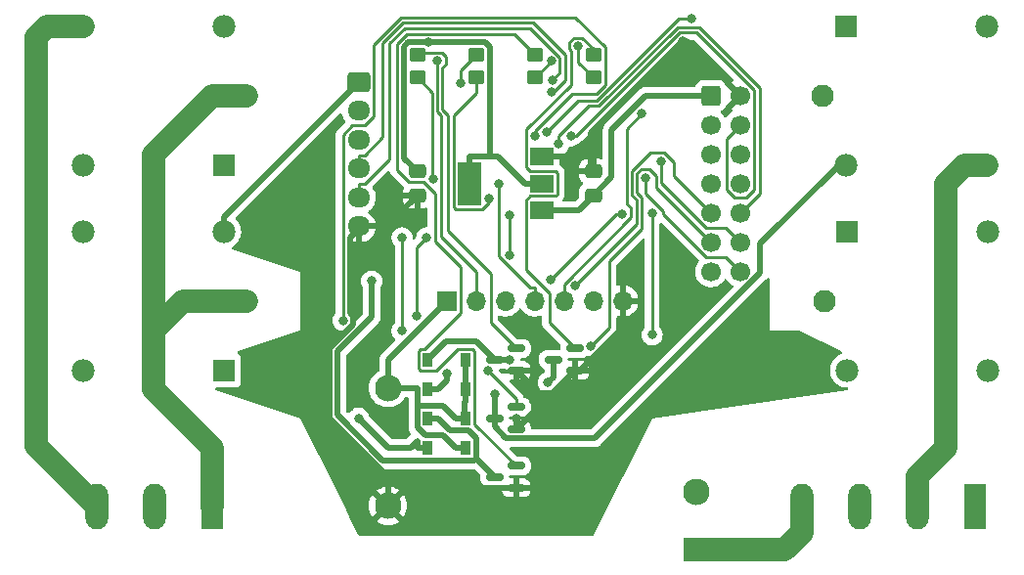
<source format=gbr>
%TF.GenerationSoftware,KiCad,Pcbnew,(6.0.4)*%
%TF.CreationDate,2022-04-23T22:51:50+05:30*%
%TF.ProjectId,esp32 switch,65737033-3220-4737-9769-7463682e6b69,rev?*%
%TF.SameCoordinates,Original*%
%TF.FileFunction,Copper,L2,Bot*%
%TF.FilePolarity,Positive*%
%FSLAX46Y46*%
G04 Gerber Fmt 4.6, Leading zero omitted, Abs format (unit mm)*
G04 Created by KiCad (PCBNEW (6.0.4)) date 2022-04-23 22:51:50*
%MOMM*%
%LPD*%
G01*
G04 APERTURE LIST*
G04 Aperture macros list*
%AMRoundRect*
0 Rectangle with rounded corners*
0 $1 Rounding radius*
0 $2 $3 $4 $5 $6 $7 $8 $9 X,Y pos of 4 corners*
0 Add a 4 corners polygon primitive as box body*
4,1,4,$2,$3,$4,$5,$6,$7,$8,$9,$2,$3,0*
0 Add four circle primitives for the rounded corners*
1,1,$1+$1,$2,$3*
1,1,$1+$1,$4,$5*
1,1,$1+$1,$6,$7*
1,1,$1+$1,$8,$9*
0 Add four rect primitives between the rounded corners*
20,1,$1+$1,$2,$3,$4,$5,0*
20,1,$1+$1,$4,$5,$6,$7,0*
20,1,$1+$1,$6,$7,$8,$9,0*
20,1,$1+$1,$8,$9,$2,$3,0*%
G04 Aperture macros list end*
%TA.AperFunction,SMDPad,CuDef*%
%ADD10R,0.900000X1.200000*%
%TD*%
%TA.AperFunction,ComponentPad*%
%ADD11RoundRect,0.250000X-0.600000X-0.600000X0.600000X-0.600000X0.600000X0.600000X-0.600000X0.600000X0*%
%TD*%
%TA.AperFunction,ComponentPad*%
%ADD12C,1.700000*%
%TD*%
%TA.AperFunction,ComponentPad*%
%ADD13R,2.300000X2.000000*%
%TD*%
%TA.AperFunction,ComponentPad*%
%ADD14C,2.300000*%
%TD*%
%TA.AperFunction,ComponentPad*%
%ADD15R,1.980000X1.980000*%
%TD*%
%TA.AperFunction,ComponentPad*%
%ADD16C,1.980000*%
%TD*%
%TA.AperFunction,ComponentPad*%
%ADD17C,1.935000*%
%TD*%
%TA.AperFunction,ComponentPad*%
%ADD18R,1.700000X1.700000*%
%TD*%
%TA.AperFunction,ComponentPad*%
%ADD19O,1.700000X1.700000*%
%TD*%
%TA.AperFunction,ComponentPad*%
%ADD20R,1.980000X3.960000*%
%TD*%
%TA.AperFunction,ComponentPad*%
%ADD21O,1.980000X3.960000*%
%TD*%
%TA.AperFunction,ComponentPad*%
%ADD22RoundRect,0.250000X-0.725000X0.600000X-0.725000X-0.600000X0.725000X-0.600000X0.725000X0.600000X0*%
%TD*%
%TA.AperFunction,ComponentPad*%
%ADD23O,1.950000X1.700000*%
%TD*%
%TA.AperFunction,SMDPad,CuDef*%
%ADD24RoundRect,0.150000X0.587500X0.150000X-0.587500X0.150000X-0.587500X-0.150000X0.587500X-0.150000X0*%
%TD*%
%TA.AperFunction,SMDPad,CuDef*%
%ADD25R,2.000000X1.500000*%
%TD*%
%TA.AperFunction,SMDPad,CuDef*%
%ADD26R,2.000000X3.800000*%
%TD*%
%TA.AperFunction,SMDPad,CuDef*%
%ADD27RoundRect,0.250000X0.475000X-0.337500X0.475000X0.337500X-0.475000X0.337500X-0.475000X-0.337500X0*%
%TD*%
%TA.AperFunction,SMDPad,CuDef*%
%ADD28RoundRect,0.250000X-0.450000X0.350000X-0.450000X-0.350000X0.450000X-0.350000X0.450000X0.350000X0*%
%TD*%
%TA.AperFunction,SMDPad,CuDef*%
%ADD29RoundRect,0.250000X-0.475000X0.337500X-0.475000X-0.337500X0.475000X-0.337500X0.475000X0.337500X0*%
%TD*%
%TA.AperFunction,ViaPad*%
%ADD30C,0.800000*%
%TD*%
%TA.AperFunction,Conductor*%
%ADD31C,2.000000*%
%TD*%
%TA.AperFunction,Conductor*%
%ADD32C,0.500000*%
%TD*%
%TA.AperFunction,Conductor*%
%ADD33C,0.250000*%
%TD*%
G04 APERTURE END LIST*
D10*
%TO.P,D1,1,K*%
%TO.N,VCC*%
X126110000Y-86360000D03*
%TO.P,D1,2,A*%
%TO.N,Net-(D1-Pad2)*%
X122810000Y-86360000D03*
%TD*%
%TO.P,D2,1,K*%
%TO.N,VCC*%
X126110000Y-88900000D03*
%TO.P,D2,2,A*%
%TO.N,Net-(D2-Pad2)*%
X122810000Y-88900000D03*
%TD*%
D11*
%TO.P,J3,1,Pin_1*%
%TO.N,VCC*%
X147320000Y-63500000D03*
D12*
%TO.P,J3,2,Pin_2*%
%TO.N,GND*%
X149860000Y-63500000D03*
%TO.P,J3,3,Pin_3*%
%TO.N,Net-(J3-Pad3)*%
X147320000Y-66040000D03*
%TO.P,J3,4,Pin_4*%
%TO.N,Net-(J3-Pad4)*%
X149860000Y-66040000D03*
%TO.P,J3,5,Pin_5*%
%TO.N,Net-(J3-Pad5)*%
X147320000Y-68580000D03*
%TO.P,J3,6,Pin_6*%
%TO.N,Net-(J3-Pad6)*%
X149860000Y-68580000D03*
%TO.P,J3,7,Pin_7*%
%TO.N,Net-(J3-Pad7)*%
X147320000Y-71120000D03*
%TO.P,J3,8,Pin_8*%
%TO.N,Net-(J3-Pad8)*%
X149860000Y-71120000D03*
%TO.P,J3,9,Pin_9*%
%TO.N,Net-(J3-Pad9)*%
X147320000Y-73660000D03*
%TO.P,J3,10,Pin_10*%
%TO.N,Net-(J3-Pad10)*%
X149860000Y-73660000D03*
%TO.P,J3,11,Pin_11*%
%TO.N,Net-(J3-Pad11)*%
X147320000Y-76200000D03*
%TO.P,J3,12,Pin_12*%
%TO.N,Net-(J3-Pad12)*%
X149860000Y-76200000D03*
%TO.P,J3,13,Pin_13*%
%TO.N,Net-(J3-Pad13)*%
X147320000Y-78740000D03*
%TO.P,J3,14,Pin_14*%
%TO.N,Net-(J3-Pad14)*%
X149860000Y-78740000D03*
%TD*%
D13*
%TO.P,PS1,1,AC/L*%
%TO.N,AC*%
X146050000Y-102830000D03*
D14*
%TO.P,PS1,2,AC/N*%
%TO.N,Earth*%
X146050000Y-97830000D03*
%TO.P,PS1,3,-Vout*%
%TO.N,GND*%
X119380000Y-99020000D03*
%TO.P,PS1,4,+Vout*%
%TO.N,VCC*%
X119380000Y-88820000D03*
%TD*%
D15*
%TO.P,K3,A1*%
%TO.N,Net-(D3-Pad2)*%
X105160000Y-69500000D03*
D16*
%TO.P,K3,A2*%
%TO.N,VCC*%
X105160000Y-57500000D03*
D17*
%TO.P,K3,COM*%
%TO.N,Earth*%
X107160000Y-63500000D03*
D16*
%TO.P,K3,NC*%
%TO.N,unconnected-(K3-PadNC)*%
X92960000Y-69500000D03*
%TO.P,K3,NO*%
%TO.N,Net-(J2-Pad3)*%
X92960000Y-57500000D03*
%TD*%
D18*
%TO.P,J6,1,Pin_1*%
%TO.N,VCC*%
X124460000Y-81280000D03*
D19*
%TO.P,J6,2,Pin_2*%
%TO.N,Net-(J6-Pad2)*%
X127000000Y-81280000D03*
%TO.P,J6,3,Pin_3*%
%TO.N,Net-(J6-Pad3)*%
X129540000Y-81280000D03*
%TO.P,J6,4,Pin_4*%
%TO.N,Net-(J6-Pad4)*%
X132080000Y-81280000D03*
%TO.P,J6,5,Pin_5*%
%TO.N,Net-(J6-Pad5)*%
X134620000Y-81280000D03*
%TO.P,J6,6,Pin_6*%
%TO.N,Net-(J6-Pad6)*%
X137160000Y-81280000D03*
%TO.P,J6,7,Pin_7*%
%TO.N,GND*%
X139700000Y-81280000D03*
%TD*%
D15*
%TO.P,K4,A1*%
%TO.N,Net-(D4-Pad2)*%
X105160000Y-87280000D03*
D16*
%TO.P,K4,A2*%
%TO.N,VCC*%
X105160000Y-75280000D03*
D17*
%TO.P,K4,COM*%
%TO.N,Earth*%
X107160000Y-81280000D03*
D16*
%TO.P,K4,NC*%
%TO.N,unconnected-(K4-PadNC)*%
X92960000Y-87280000D03*
%TO.P,K4,NO*%
%TO.N,Net-(J2-Pad2)*%
X92960000Y-75280000D03*
%TD*%
D15*
%TO.P,K1,A1*%
%TO.N,VCC*%
X159140000Y-75280000D03*
D16*
%TO.P,K1,A2*%
%TO.N,Net-(D1-Pad2)*%
X159140000Y-87280000D03*
D17*
%TO.P,K1,COM*%
%TO.N,Earth*%
X157140000Y-81280000D03*
D16*
%TO.P,K1,NC*%
%TO.N,unconnected-(K1-PadNC)*%
X171340000Y-75280000D03*
%TO.P,K1,NO*%
%TO.N,Net-(J1-Pad1)*%
X171340000Y-87280000D03*
%TD*%
D15*
%TO.P,K2,A1*%
%TO.N,VCC*%
X159000000Y-57500000D03*
D16*
%TO.P,K2,A2*%
%TO.N,Net-(D2-Pad2)*%
X159000000Y-69500000D03*
D17*
%TO.P,K2,COM*%
%TO.N,Earth*%
X157000000Y-63500000D03*
D16*
%TO.P,K2,NC*%
%TO.N,unconnected-(K2-PadNC)*%
X171200000Y-57500000D03*
%TO.P,K2,NO*%
%TO.N,Net-(J1-Pad2)*%
X171200000Y-69500000D03*
%TD*%
D20*
%TO.P,J1,1,Pin_1*%
%TO.N,Net-(J1-Pad1)*%
X170180000Y-99060000D03*
D21*
%TO.P,J1,2,Pin_2*%
%TO.N,Net-(J1-Pad2)*%
X165180000Y-99060000D03*
%TO.P,J1,3,Pin_3*%
%TO.N,Earth*%
X160180000Y-99060000D03*
%TO.P,J1,4,Pin_4*%
%TO.N,AC*%
X155180000Y-99060000D03*
%TD*%
D20*
%TO.P,J2,1,Pin_1*%
%TO.N,Earth*%
X104140000Y-99060000D03*
D21*
%TO.P,J2,2,Pin_2*%
%TO.N,Net-(J2-Pad2)*%
X99140000Y-99060000D03*
%TO.P,J2,3,Pin_3*%
%TO.N,Net-(J2-Pad3)*%
X94140000Y-99060000D03*
%TD*%
D22*
%TO.P,J5,1,Pin_1*%
%TO.N,VCC*%
X116840000Y-62330000D03*
D23*
%TO.P,J5,2,Pin_2*%
%TO.N,Net-(J5-Pad2)*%
X116840000Y-64830000D03*
%TO.P,J5,3,Pin_3*%
%TO.N,Net-(J5-Pad3)*%
X116840000Y-67330000D03*
%TO.P,J5,4,Pin_4*%
%TO.N,Net-(J5-Pad4)*%
X116840000Y-69830000D03*
%TO.P,J5,5,Pin_5*%
%TO.N,Net-(J5-Pad5)*%
X116840000Y-72330000D03*
%TO.P,J5,6,Pin_6*%
%TO.N,GND*%
X116840000Y-74830000D03*
%TD*%
D24*
%TO.P,Q3,1,B*%
%TO.N,Net-(Q3-Pad1)*%
X130477500Y-95570000D03*
%TO.P,Q3,2,E*%
%TO.N,GND*%
X130477500Y-97470000D03*
%TO.P,Q3,3,C*%
%TO.N,Net-(D3-Pad2)*%
X128602500Y-96520000D03*
%TD*%
D25*
%TO.P,U1,1,ADJ*%
%TO.N,GND*%
X132690000Y-68820000D03*
%TO.P,U1,2,VO*%
%TO.N,Net-(C1-Pad1)*%
X132690000Y-71120000D03*
D26*
X126390000Y-71120000D03*
D25*
%TO.P,U1,3,VI*%
%TO.N,VCC*%
X132690000Y-73420000D03*
%TD*%
D24*
%TO.P,Q4,1,B*%
%TO.N,Net-(Q4-Pad1)*%
X135557500Y-85410000D03*
%TO.P,Q4,2,E*%
%TO.N,GND*%
X135557500Y-87310000D03*
%TO.P,Q4,3,C*%
%TO.N,Net-(D4-Pad2)*%
X133682500Y-86360000D03*
%TD*%
%TO.P,Q2,1,B*%
%TO.N,Net-(Q2-Pad1)*%
X130477500Y-90490000D03*
%TO.P,Q2,2,E*%
%TO.N,GND*%
X130477500Y-92390000D03*
%TO.P,Q2,3,C*%
%TO.N,Net-(D2-Pad2)*%
X128602500Y-91440000D03*
%TD*%
D27*
%TO.P,C2,1*%
%TO.N,VCC*%
X137160000Y-72157500D03*
%TO.P,C2,2*%
%TO.N,GND*%
X137160000Y-70082500D03*
%TD*%
D10*
%TO.P,D4,1,K*%
%TO.N,VCC*%
X126110000Y-93980000D03*
%TO.P,D4,2,A*%
%TO.N,Net-(D4-Pad2)*%
X122810000Y-93980000D03*
%TD*%
D24*
%TO.P,Q1,1,B*%
%TO.N,Net-(Q1-Pad1)*%
X130477500Y-85410000D03*
%TO.P,Q1,2,E*%
%TO.N,GND*%
X130477500Y-87310000D03*
%TO.P,Q1,3,C*%
%TO.N,Net-(D1-Pad2)*%
X128602500Y-86360000D03*
%TD*%
D10*
%TO.P,D3,1,K*%
%TO.N,VCC*%
X126110000Y-91440000D03*
%TO.P,D3,2,A*%
%TO.N,Net-(D3-Pad2)*%
X122810000Y-91440000D03*
%TD*%
D28*
%TO.P,R4,1*%
%TO.N,Net-(Q4-Pad1)*%
X137160000Y-59960000D03*
%TO.P,R4,2*%
%TO.N,Net-(R4-Pad2)*%
X137160000Y-61960000D03*
%TD*%
%TO.P,R3,1*%
%TO.N,Net-(Q3-Pad1)*%
X132080000Y-59960000D03*
%TO.P,R3,2*%
%TO.N,Net-(R3-Pad2)*%
X132080000Y-61960000D03*
%TD*%
D29*
%TO.P,C1,1*%
%TO.N,Net-(C1-Pad1)*%
X121920000Y-70082500D03*
%TO.P,C1,2*%
%TO.N,GND*%
X121920000Y-72157500D03*
%TD*%
D28*
%TO.P,R2,1*%
%TO.N,Net-(Q2-Pad1)*%
X127000000Y-59960000D03*
%TO.P,R2,2*%
%TO.N,Net-(R2-Pad2)*%
X127000000Y-61960000D03*
%TD*%
%TO.P,R1,1*%
%TO.N,Net-(Q1-Pad1)*%
X121920000Y-59960000D03*
%TO.P,R1,2*%
%TO.N,Net-(R1-Pad2)*%
X121920000Y-61960000D03*
%TD*%
D30*
%TO.N,Net-(D1-Pad2)*%
X129941500Y-86360000D03*
%TO.N,Net-(D2-Pad2)*%
X124460000Y-87594200D03*
X128602500Y-89382200D03*
%TO.N,Net-(D3-Pad2)*%
X117964400Y-79570100D03*
%TO.N,Net-(D4-Pad2)*%
X133236400Y-88373700D03*
X116840000Y-91440000D03*
%TO.N,Net-(C1-Pad1)*%
X122909000Y-58908700D03*
%TO.N,GND*%
X144869500Y-58828700D03*
X130477500Y-91440000D03*
%TO.N,Net-(J5-Pad4)*%
X133571000Y-63160700D03*
%TO.N,Net-(J5-Pad5)*%
X133625400Y-62160300D03*
%TO.N,Net-(Q2-Pad1)*%
X115489600Y-82978100D03*
X128000300Y-87286200D03*
X125637500Y-62466900D03*
X132085500Y-67014300D03*
%TO.N,Net-(R1-Pad2)*%
X123258500Y-70744000D03*
%TO.N,Net-(R2-Pad2)*%
X128104500Y-72437800D03*
%TO.N,Net-(R3-Pad2)*%
X133498400Y-60495000D03*
%TO.N,Net-(R4-Pad2)*%
X135812200Y-59225000D03*
%TO.N,Net-(J3-Pad4)*%
X135231000Y-66987100D03*
%TO.N,Net-(J3-Pad6)*%
X133088000Y-66642700D03*
X145629100Y-56838800D03*
%TO.N,Net-(J3-Pad7)*%
X121872300Y-82590600D03*
X122719600Y-75817800D03*
X142255500Y-84214200D03*
X142255500Y-73652200D03*
%TO.N,Net-(J3-Pad9)*%
X129939700Y-73844400D03*
X129939700Y-77364900D03*
X135560700Y-79948700D03*
%TO.N,Net-(J3-Pad10)*%
X134162800Y-67693400D03*
%TO.N,Net-(J6-Pad2)*%
X123647200Y-60495000D03*
%TO.N,Net-(J6-Pad3)*%
X133440400Y-79450700D03*
X139641700Y-73789700D03*
%TO.N,Net-(J6-Pad4)*%
X128944000Y-71170100D03*
%TO.N,Net-(J6-Pad5)*%
X141348500Y-65057200D03*
%TO.N,Net-(J3-Pad11)*%
X120591400Y-75810800D03*
X120591400Y-83870800D03*
X136906800Y-85181600D03*
%TO.N,Net-(J3-Pad12)*%
X143027100Y-69204900D03*
%TO.N,Net-(J3-Pad14)*%
X141664700Y-70642400D03*
%TD*%
D31*
%TO.N,Net-(J1-Pad2)*%
X167640000Y-71120000D02*
X169260000Y-69500000D01*
X169260000Y-69500000D02*
X171200000Y-69500000D01*
X167640000Y-93980000D02*
X167640000Y-71120000D01*
X165180000Y-99060000D02*
X165180000Y-96440000D01*
X165180000Y-96440000D02*
X167640000Y-93980000D01*
%TO.N,AC*%
X153710000Y-102830000D02*
X146050000Y-102830000D01*
X155180000Y-101360000D02*
X153710000Y-102830000D01*
X155180000Y-99060000D02*
X155180000Y-101360000D01*
D32*
%TO.N,VCC*%
X135897500Y-73420000D02*
X137160000Y-72157500D01*
X125209700Y-91440000D02*
X124159300Y-90389600D01*
X138732300Y-66470600D02*
X138732300Y-70585200D01*
X121909600Y-88849600D02*
X121880000Y-88820000D01*
X116840000Y-62330000D02*
X105160000Y-74010000D01*
X124159300Y-90389600D02*
X121909600Y-90389600D01*
X119380000Y-88820000D02*
X119380000Y-86360000D01*
X126110000Y-91440000D02*
X125974200Y-91440000D01*
X125974200Y-91440000D02*
X125209700Y-91440000D01*
X126110000Y-88900000D02*
X126110000Y-89950300D01*
X105160000Y-74010000D02*
X105160000Y-75280000D01*
X138732300Y-70585200D02*
X137160000Y-72157500D01*
X122593800Y-92929600D02*
X121909600Y-92245400D01*
X121909600Y-92245400D02*
X121909600Y-90389600D01*
X126110000Y-93980000D02*
X125209700Y-93980000D01*
X125974200Y-90086100D02*
X125974200Y-91440000D01*
X119380000Y-86360000D02*
X124460000Y-81280000D01*
X141702900Y-63500000D02*
X138732300Y-66470600D01*
X147320000Y-63500000D02*
X141702900Y-63500000D01*
X121909600Y-90389600D02*
X121909600Y-88849600D01*
X126110000Y-89950300D02*
X125974200Y-90086100D01*
X121880000Y-88820000D02*
X119380000Y-88820000D01*
X126110000Y-88900000D02*
X126110000Y-86360000D01*
X125209700Y-93980000D02*
X124159300Y-92929600D01*
X124159300Y-92929600D02*
X122593800Y-92929600D01*
X132690000Y-73420000D02*
X135897500Y-73420000D01*
%TO.N,Net-(D1-Pad2)*%
X124369400Y-84800600D02*
X122810000Y-86360000D01*
X128602500Y-86360000D02*
X127043100Y-84800600D01*
X127043100Y-84800600D02*
X124369400Y-84800600D01*
X129941500Y-86360000D02*
X128602500Y-86360000D01*
%TO.N,Net-(D2-Pad2)*%
X158404800Y-69500000D02*
X151582200Y-76322600D01*
X128602500Y-91440000D02*
X128602500Y-89382200D01*
X151582200Y-76322600D02*
X151582200Y-78856900D01*
X124460000Y-88150300D02*
X123710300Y-88900000D01*
X129586300Y-93168600D02*
X128602500Y-92184800D01*
X128602500Y-92184800D02*
X128602500Y-91440000D01*
X123710300Y-88900000D02*
X122810000Y-88900000D01*
X151582200Y-78856900D02*
X137270500Y-93168600D01*
X137270500Y-93168600D02*
X129586300Y-93168600D01*
X159140000Y-69500000D02*
X158404800Y-69500000D01*
X124460000Y-87594200D02*
X124460000Y-88150300D01*
%TO.N,Net-(D3-Pad2)*%
X114999520Y-85658841D02*
X117964400Y-82693961D01*
X118929070Y-95079800D02*
X114999520Y-91150250D01*
X114999520Y-91150250D02*
X114999520Y-85658841D01*
X127010400Y-94927900D02*
X126858500Y-95079800D01*
X122810000Y-91440000D02*
X123710300Y-91440000D01*
X127010400Y-94927900D02*
X127010400Y-93175900D01*
X117964400Y-82693961D02*
X117964400Y-79570100D01*
X127010400Y-94927900D02*
X128602500Y-96520000D01*
X126858500Y-95079800D02*
X118929070Y-95079800D01*
X126324900Y-92490400D02*
X124760700Y-92490400D01*
X127010400Y-93175900D02*
X126324900Y-92490400D01*
X124760700Y-92490400D02*
X123710300Y-91440000D01*
%TO.N,Net-(D4-Pad2)*%
X121307700Y-93980000D02*
X121909700Y-93378000D01*
X121909700Y-93980000D02*
X122810000Y-93980000D01*
X133236400Y-88373700D02*
X133682500Y-87927600D01*
X116840000Y-91440000D02*
X119380000Y-93980000D01*
X121909700Y-93378000D02*
X121909700Y-93980000D01*
X133682500Y-87927600D02*
X133682500Y-86360000D01*
X119380000Y-93980000D02*
X121307700Y-93980000D01*
%TO.N,Net-(C1-Pad1)*%
X120768600Y-68931100D02*
X120768600Y-59258900D01*
X128190900Y-59327800D02*
X128190900Y-68769700D01*
X120768600Y-59258900D02*
X121118800Y-58908700D01*
X121920000Y-70082500D02*
X120768600Y-68931100D01*
X127771800Y-58908700D02*
X128190900Y-59327800D01*
X121118800Y-58908700D02*
X122909000Y-58908700D01*
X122909000Y-58908700D02*
X127771800Y-58908700D01*
X128889400Y-68769700D02*
X128190900Y-68769700D01*
X131239700Y-71120000D02*
X128889400Y-68769700D01*
X132690000Y-71120000D02*
X131239700Y-71120000D01*
X126390000Y-71120000D02*
X126390000Y-68769700D01*
X128190900Y-68769700D02*
X126390000Y-68769700D01*
%TO.N,GND*%
X119247500Y-74830000D02*
X117077600Y-74830000D01*
X117077600Y-74830000D02*
X116840000Y-74830000D01*
X132690000Y-68820000D02*
X134140300Y-68820000D01*
X133607000Y-89260500D02*
X135557500Y-87310000D01*
X134140300Y-68820000D02*
X136953900Y-68820000D01*
X130477500Y-92390000D02*
X132428000Y-90439500D01*
X132428000Y-89260500D02*
X133607000Y-89260500D01*
X145188700Y-58828700D02*
X149860000Y-63500000D01*
X121920000Y-72157500D02*
X119247500Y-74830000D01*
X136953900Y-66744300D02*
X144869500Y-58828700D01*
X114300000Y-91440000D02*
X119380000Y-96520000D01*
X136953900Y-68820000D02*
X136953900Y-66744300D01*
X135981000Y-87310000D02*
X139700000Y-83591000D01*
X116339111Y-83329980D02*
X114300000Y-85369091D01*
X116339111Y-82626220D02*
X116339111Y-83329980D01*
X117077600Y-74830000D02*
X116064120Y-75843480D01*
X137160000Y-70082500D02*
X136953900Y-69876400D01*
X135557500Y-87310000D02*
X135981000Y-87310000D01*
X132428000Y-90439500D02*
X132428000Y-89260500D01*
X119380000Y-99020000D02*
X120930000Y-97470000D01*
X130477500Y-87310000D02*
X132428000Y-89260500D01*
X114300000Y-85369091D02*
X114300000Y-91440000D01*
X119380000Y-96520000D02*
X119380000Y-99020000D01*
X116064120Y-82351229D02*
X116339111Y-82626220D01*
X120930000Y-97470000D02*
X130477500Y-97470000D01*
X139700000Y-83591000D02*
X139700000Y-81280000D01*
X144869500Y-58828700D02*
X145188700Y-58828700D01*
X116064120Y-75843480D02*
X116064120Y-82351229D01*
X130477500Y-92390000D02*
X130477500Y-91440000D01*
X136953900Y-69876400D02*
X136953900Y-68820000D01*
D31*
%TO.N,Earth*%
X99060000Y-83820000D02*
X101600000Y-81280000D01*
X99060000Y-88900000D02*
X99060000Y-83820000D01*
X104140000Y-63500000D02*
X99060000Y-68580000D01*
X104140000Y-93980000D02*
X104140000Y-99060000D01*
X107160000Y-63500000D02*
X104140000Y-63500000D01*
X99060000Y-83820000D02*
X99060000Y-68580000D01*
X104140000Y-93980000D02*
X99060000Y-88900000D01*
X101600000Y-81280000D02*
X107160000Y-81280000D01*
D33*
%TO.N,Net-(J5-Pad4)*%
X134715500Y-60010400D02*
X134715500Y-62162100D01*
X118904700Y-67104200D02*
X118904700Y-58967100D01*
X134715500Y-62162100D02*
X133716900Y-63160700D01*
X120652100Y-57219700D02*
X131924800Y-57219700D01*
X116840000Y-68654700D02*
X117354200Y-68654700D01*
X118904700Y-58967100D02*
X120652100Y-57219700D01*
X133716900Y-63160700D02*
X133571000Y-63160700D01*
X116840000Y-69830000D02*
X116840000Y-68654700D01*
X117354200Y-68654700D02*
X118904700Y-67104200D01*
X131924800Y-57219700D02*
X134715500Y-60010400D01*
%TO.N,Net-(J5-Pad5)*%
X131712800Y-57670000D02*
X134247700Y-60204900D01*
X119514000Y-58994700D02*
X120838700Y-57670000D01*
X117354200Y-71154700D02*
X119514000Y-68994900D01*
X134247700Y-60204900D02*
X134247700Y-61538000D01*
X116840000Y-71154700D02*
X117354200Y-71154700D01*
X120838700Y-57670000D02*
X131712800Y-57670000D01*
X116840000Y-72330000D02*
X116840000Y-71154700D01*
X119514000Y-68994900D02*
X119514000Y-58994700D01*
X134247700Y-61538000D02*
X133625400Y-62160300D01*
%TO.N,Net-(Q1-Pad1)*%
X124097500Y-64726700D02*
X124580900Y-65210100D01*
X124581000Y-65210100D02*
X124581000Y-75214800D01*
X124580900Y-65210100D02*
X124581000Y-65210100D01*
X122110400Y-59769600D02*
X124021300Y-59769600D01*
X128270000Y-83202500D02*
X130477500Y-85410000D01*
X124097500Y-61099800D02*
X124097500Y-64726700D01*
X124021300Y-59769600D02*
X124411000Y-60159300D01*
X124581000Y-75214800D02*
X128270000Y-78903800D01*
X124411000Y-60159300D02*
X124411000Y-60786300D01*
X121920000Y-59960000D02*
X122110400Y-59769600D01*
X128270000Y-78903800D02*
X128270000Y-83202500D01*
X124411000Y-60786300D02*
X124097500Y-61099800D01*
%TO.N,Net-(Q2-Pad1)*%
X120502400Y-56732500D02*
X135613900Y-56732500D01*
X138192700Y-62569100D02*
X137425400Y-63336400D01*
X132085500Y-66537000D02*
X132085500Y-67014300D01*
X115489600Y-66893000D02*
X116302600Y-66080000D01*
X135286100Y-63336400D02*
X132085500Y-66537000D01*
X137425400Y-63336400D02*
X135286100Y-63336400D01*
X130477500Y-89763400D02*
X128000300Y-87286200D01*
X127000000Y-59960000D02*
X125637500Y-61322500D01*
X118141300Y-65318800D02*
X118141300Y-59093600D01*
X135613900Y-56732500D02*
X138192700Y-59311300D01*
X115489600Y-82978100D02*
X115489600Y-66893000D01*
X130477500Y-90490000D02*
X130477500Y-89763400D01*
X138192700Y-59311300D02*
X138192700Y-62569100D01*
X125637500Y-61322500D02*
X125637500Y-62466900D01*
X117380100Y-66080000D02*
X118141300Y-65318800D01*
X116302600Y-66080000D02*
X117380100Y-66080000D01*
X118141300Y-59093600D02*
X120502400Y-56732500D01*
%TO.N,Net-(Q3-Pad1)*%
X126885400Y-91977900D02*
X130477500Y-95570000D01*
X122225200Y-85434700D02*
X122034600Y-85625300D01*
X122034600Y-87162800D02*
X122185800Y-87314000D01*
X121202100Y-70996400D02*
X122420100Y-70996400D01*
X125643900Y-78337500D02*
X125643900Y-82287100D01*
X126681000Y-85418600D02*
X126885400Y-85623000D01*
X123451600Y-76145200D02*
X125643900Y-78337500D01*
X121041400Y-58171200D02*
X120150300Y-59062300D01*
X126885400Y-85623000D02*
X126885400Y-91977900D01*
X130291200Y-58171200D02*
X121041400Y-58171200D01*
X125411900Y-85418600D02*
X126681000Y-85418600D01*
X120150300Y-59062300D02*
X120150300Y-69944600D01*
X122496300Y-85434700D02*
X122225200Y-85434700D01*
X123516500Y-87314000D02*
X125411900Y-85418600D01*
X132080000Y-59960000D02*
X130291200Y-58171200D01*
X122185800Y-87314000D02*
X123516500Y-87314000D01*
X125643900Y-82287100D02*
X122496300Y-85434700D01*
X122420100Y-70996400D02*
X123451600Y-72027900D01*
X122034600Y-85625300D02*
X122034600Y-87162800D01*
X120150300Y-69944600D02*
X121202100Y-70996400D01*
X123451600Y-72027900D02*
X123451600Y-76145200D01*
%TO.N,Net-(Q4-Pad1)*%
X137160000Y-59474600D02*
X136184500Y-58499100D01*
X133350000Y-83202500D02*
X135557500Y-85410000D01*
X135221500Y-59660100D02*
X135221500Y-62572900D01*
X131360200Y-69700300D02*
X131673400Y-70013500D01*
X133350000Y-80667200D02*
X133350000Y-83202500D01*
X136184500Y-58499100D02*
X135454900Y-58499100D01*
X131306200Y-78623400D02*
X133350000Y-80667200D01*
X134040000Y-70200900D02*
X134040000Y-72050400D01*
X135454900Y-58499100D02*
X135067700Y-58886300D01*
X133895000Y-72195400D02*
X131702300Y-72195400D01*
X131673400Y-70013500D02*
X133852600Y-70013500D01*
X135221500Y-62572900D02*
X131360200Y-66434200D01*
X131306200Y-72591500D02*
X131306200Y-78623400D01*
X131702300Y-72195400D02*
X131306200Y-72591500D01*
X134040000Y-72050400D02*
X133895000Y-72195400D01*
X137160000Y-59960000D02*
X137160000Y-59474600D01*
X133852600Y-70013500D02*
X134040000Y-70200900D01*
X131360200Y-66434200D02*
X131360200Y-69700300D01*
X135067700Y-58886300D02*
X135067700Y-59506300D01*
X135067700Y-59506300D02*
X135221500Y-59660100D01*
%TO.N,Net-(R1-Pad2)*%
X123196900Y-63236900D02*
X123196900Y-70682400D01*
X121920000Y-61960000D02*
X123196900Y-63236900D01*
X123196900Y-70682400D02*
X123258500Y-70744000D01*
%TO.N,Net-(R2-Pad2)*%
X125064600Y-65210300D02*
X127000000Y-63274900D01*
X128104500Y-72437800D02*
X128104500Y-72784000D01*
X127000000Y-63274900D02*
X127000000Y-61960000D01*
X127538100Y-73350400D02*
X125233500Y-73350400D01*
X128104500Y-72784000D02*
X127538100Y-73350400D01*
X125233500Y-73350400D02*
X125064600Y-73181500D01*
X125064600Y-73181500D02*
X125064600Y-65210300D01*
%TO.N,Net-(R3-Pad2)*%
X132080000Y-61960000D02*
X133498400Y-60541600D01*
X133498400Y-60541600D02*
X133498400Y-60495000D01*
%TO.N,Net-(R4-Pad2)*%
X135812200Y-60612200D02*
X135812200Y-59225000D01*
X137160000Y-61960000D02*
X135812200Y-60612200D01*
%TO.N,Net-(J3-Pad4)*%
X148684600Y-67215400D02*
X149860000Y-66040000D01*
X148684600Y-71645600D02*
X148684600Y-67215400D01*
X135685400Y-66987100D02*
X144619100Y-58053400D01*
X151080300Y-71620900D02*
X150365900Y-72335300D01*
X149374300Y-72335300D02*
X148684600Y-71645600D01*
X151080300Y-63032200D02*
X151080300Y-71620900D01*
X144619100Y-58053400D02*
X146101500Y-58053400D01*
X135231000Y-66987100D02*
X135685400Y-66987100D01*
X146101500Y-58053400D02*
X151080300Y-63032200D01*
X150365900Y-72335300D02*
X149374300Y-72335300D01*
%TO.N,Net-(J3-Pad6)*%
X137452700Y-63946000D02*
X135784700Y-63946000D01*
X135784700Y-63946000D02*
X133088000Y-66642700D01*
X145629100Y-56838800D02*
X144559900Y-56838800D01*
X144559900Y-56838800D02*
X137452700Y-63946000D01*
%TO.N,Net-(J3-Pad7)*%
X121872300Y-76665100D02*
X122719600Y-75817800D01*
X121872300Y-82590600D02*
X121872300Y-76665100D01*
X142255500Y-84214200D02*
X142255500Y-73652200D01*
%TO.N,Net-(J3-Pad9)*%
X140489100Y-72136000D02*
X140489100Y-70072600D01*
X135560700Y-79948700D02*
X140883100Y-74626300D01*
X140883100Y-74626300D02*
X140883100Y-72530000D01*
X142100600Y-68461100D02*
X143317300Y-68461100D01*
X144158200Y-69302000D02*
X144158200Y-70498200D01*
X140489100Y-70072600D02*
X142100600Y-68461100D01*
X143317300Y-68461100D02*
X144158200Y-69302000D01*
X140883100Y-72530000D02*
X140489100Y-72136000D01*
X144158200Y-70498200D02*
X147320000Y-73660000D01*
X129939700Y-77364900D02*
X129939700Y-73844400D01*
%TO.N,Net-(J3-Pad10)*%
X151565700Y-62879200D02*
X151565700Y-71954300D01*
X144436900Y-57598700D02*
X146285200Y-57598700D01*
X151565700Y-71954300D02*
X149860000Y-73660000D01*
X134162800Y-67693400D02*
X134162800Y-67012500D01*
X146285200Y-57598700D02*
X151565700Y-62879200D01*
X134162800Y-67012500D02*
X136779000Y-64396300D01*
X137639300Y-64396300D02*
X144436900Y-57598700D01*
X136779000Y-64396300D02*
X137639300Y-64396300D01*
%TO.N,Net-(J6-Pad2)*%
X123647200Y-64913300D02*
X123647200Y-60495000D01*
X127000000Y-81280000D02*
X127000000Y-78761400D01*
X123984000Y-65250100D02*
X123647200Y-64913300D01*
X127000000Y-78761400D02*
X123984000Y-75745400D01*
X123984000Y-75745400D02*
X123984000Y-65250100D01*
%TO.N,Net-(J6-Pad3)*%
X139641700Y-73789700D02*
X139101400Y-73789700D01*
X139101400Y-73789700D02*
X133440400Y-79450700D01*
%TO.N,Net-(J6-Pad4)*%
X132080000Y-80104700D02*
X131639300Y-80104700D01*
X128944000Y-77409400D02*
X128944000Y-71170100D01*
X132080000Y-81280000D02*
X132080000Y-80104700D01*
X131639300Y-80104700D02*
X128944000Y-77409400D01*
%TO.N,Net-(J6-Pad5)*%
X140432800Y-74050900D02*
X140432800Y-73262900D01*
X140038800Y-72868900D02*
X140038800Y-66366900D01*
X134620000Y-81280000D02*
X134620000Y-80104700D01*
X134620000Y-80104700D02*
X134620000Y-79863700D01*
X140432800Y-73262900D02*
X140038800Y-72868900D01*
X140038800Y-66366900D02*
X141348500Y-65057200D01*
X134620000Y-79863700D02*
X140432800Y-74050900D01*
%TO.N,Net-(J3-Pad11)*%
X140939400Y-70259200D02*
X141301100Y-69897500D01*
X136906800Y-85181600D02*
X138524600Y-83563800D01*
X120591400Y-75810800D02*
X120591400Y-83870800D01*
X140939400Y-71900200D02*
X140939400Y-70259200D01*
X141301100Y-69897500D02*
X142037000Y-69897500D01*
X138524600Y-83563800D02*
X138524600Y-77869800D01*
X141333400Y-72294200D02*
X140939400Y-71900200D01*
X141333400Y-75061000D02*
X141333400Y-72294200D01*
X138524600Y-77869800D02*
X141333400Y-75061000D01*
X142576700Y-71456700D02*
X147320000Y-76200000D01*
X142576700Y-70437200D02*
X142576700Y-71456700D01*
X142037000Y-69897500D02*
X142576700Y-70437200D01*
%TO.N,Net-(J3-Pad12)*%
X146908800Y-74930000D02*
X143027100Y-71048300D01*
X149860000Y-76200000D02*
X148590000Y-74930000D01*
X143027100Y-71048300D02*
X143027100Y-69204900D01*
X148590000Y-74930000D02*
X146908800Y-74930000D01*
%TO.N,Net-(J3-Pad14)*%
X143178100Y-73739300D02*
X143178100Y-73502000D01*
X143178100Y-73502000D02*
X141664700Y-71988600D01*
X141664700Y-71988600D02*
X141664700Y-70642400D01*
X146908800Y-77470000D02*
X143178100Y-73739300D01*
X149860000Y-78740000D02*
X148590000Y-77470000D01*
X148590000Y-77470000D02*
X146908800Y-77470000D01*
D31*
%TO.N,Net-(J2-Pad3)*%
X92960000Y-57500000D02*
X89820000Y-57500000D01*
X88900000Y-93820000D02*
X94140000Y-99060000D01*
X88900000Y-58420000D02*
X88900000Y-93820000D01*
X89820000Y-57500000D02*
X88900000Y-58420000D01*
%TD*%
%TA.AperFunction,Conductor*%
%TO.N,GND*%
G36*
X115310287Y-65036560D02*
G01*
X115367123Y-65079107D01*
X115389570Y-65128743D01*
X115407997Y-65216570D01*
X115407999Y-65216576D01*
X115409093Y-65221791D01*
X115411051Y-65226750D01*
X115411052Y-65226752D01*
X115477829Y-65395840D01*
X115493776Y-65436221D01*
X115613377Y-65633317D01*
X115616874Y-65637347D01*
X115647941Y-65673149D01*
X115677480Y-65737709D01*
X115667426Y-65807990D01*
X115641870Y-65844824D01*
X115097342Y-66389352D01*
X115089062Y-66396887D01*
X115082582Y-66401000D01*
X115062829Y-66422035D01*
X115035957Y-66450651D01*
X115033202Y-66453493D01*
X115013465Y-66473230D01*
X115010985Y-66476427D01*
X115003282Y-66485447D01*
X114973014Y-66517679D01*
X114969195Y-66524625D01*
X114969193Y-66524628D01*
X114963252Y-66535434D01*
X114952401Y-66551953D01*
X114939986Y-66567959D01*
X114936841Y-66575228D01*
X114936838Y-66575232D01*
X114922426Y-66608537D01*
X114917209Y-66619187D01*
X114895905Y-66657940D01*
X114893934Y-66665615D01*
X114893934Y-66665616D01*
X114890867Y-66677562D01*
X114884463Y-66696266D01*
X114876419Y-66714855D01*
X114875180Y-66722678D01*
X114875177Y-66722688D01*
X114869501Y-66758524D01*
X114867095Y-66770144D01*
X114856100Y-66812970D01*
X114856100Y-66833224D01*
X114854549Y-66852934D01*
X114851380Y-66872943D01*
X114852126Y-66880835D01*
X114855541Y-66916961D01*
X114856100Y-66928819D01*
X114856100Y-82275576D01*
X114836098Y-82343697D01*
X114823742Y-82359879D01*
X114750560Y-82441156D01*
X114715998Y-82501019D01*
X114660038Y-82597945D01*
X114655073Y-82606544D01*
X114596058Y-82788172D01*
X114576096Y-82978100D01*
X114576786Y-82984665D01*
X114594199Y-83150336D01*
X114596058Y-83168028D01*
X114655073Y-83349656D01*
X114750560Y-83515044D01*
X114754978Y-83519951D01*
X114754979Y-83519952D01*
X114859380Y-83635901D01*
X114878347Y-83656966D01*
X114906274Y-83677256D01*
X115020896Y-83760534D01*
X115032848Y-83769218D01*
X115038876Y-83771902D01*
X115038878Y-83771903D01*
X115197766Y-83842644D01*
X115207312Y-83846894D01*
X115288895Y-83864235D01*
X115387656Y-83885228D01*
X115387661Y-83885228D01*
X115394113Y-83886600D01*
X115400715Y-83886600D01*
X115407282Y-83887290D01*
X115406981Y-83890150D01*
X115463011Y-83906602D01*
X115509504Y-83960258D01*
X115519608Y-84030532D01*
X115490114Y-84095112D01*
X115483985Y-84101695D01*
X114510609Y-85075071D01*
X114496197Y-85087457D01*
X114484602Y-85095990D01*
X114484597Y-85095995D01*
X114478702Y-85100333D01*
X114473963Y-85105911D01*
X114473960Y-85105914D01*
X114444485Y-85140609D01*
X114437555Y-85148125D01*
X114431860Y-85153820D01*
X114429580Y-85156702D01*
X114414239Y-85176092D01*
X114411448Y-85179496D01*
X114368929Y-85229544D01*
X114364187Y-85235126D01*
X114360859Y-85241642D01*
X114357492Y-85246691D01*
X114354325Y-85251820D01*
X114349786Y-85257557D01*
X114318865Y-85323716D01*
X114316962Y-85327610D01*
X114283751Y-85392649D01*
X114282012Y-85399757D01*
X114279913Y-85405400D01*
X114277996Y-85411163D01*
X114274898Y-85417791D01*
X114273408Y-85424953D01*
X114273408Y-85424954D01*
X114260034Y-85489253D01*
X114259064Y-85493537D01*
X114241712Y-85564451D01*
X114241020Y-85575605D01*
X114240984Y-85575603D01*
X114240745Y-85579596D01*
X114240371Y-85583788D01*
X114238880Y-85590956D01*
X114239775Y-85624033D01*
X114240974Y-85668362D01*
X114241020Y-85671769D01*
X114241020Y-91083180D01*
X114239587Y-91102130D01*
X114236321Y-91123599D01*
X114236914Y-91130891D01*
X114236914Y-91130894D01*
X114240605Y-91176268D01*
X114241020Y-91186483D01*
X114241020Y-91194543D01*
X114241445Y-91198187D01*
X114244309Y-91222757D01*
X114244742Y-91227132D01*
X114247589Y-91262128D01*
X114250660Y-91299887D01*
X114252916Y-91306851D01*
X114254107Y-91312810D01*
X114255491Y-91318665D01*
X114256338Y-91325931D01*
X114281255Y-91394577D01*
X114282672Y-91398705D01*
X114301299Y-91456202D01*
X114305169Y-91468149D01*
X114308965Y-91474404D01*
X114311471Y-91479878D01*
X114314190Y-91485308D01*
X114316687Y-91492187D01*
X114320700Y-91498307D01*
X114320700Y-91498308D01*
X114356706Y-91553226D01*
X114359043Y-91556930D01*
X114396925Y-91619357D01*
X114400641Y-91623565D01*
X114400642Y-91623566D01*
X114404323Y-91627734D01*
X114404296Y-91627758D01*
X114406949Y-91630750D01*
X114409652Y-91633983D01*
X114413664Y-91640102D01*
X114418976Y-91645134D01*
X114469903Y-91693378D01*
X114472345Y-91695756D01*
X118345300Y-95568711D01*
X118357686Y-95583123D01*
X118366219Y-95594718D01*
X118366224Y-95594723D01*
X118370562Y-95600618D01*
X118376140Y-95605357D01*
X118376143Y-95605360D01*
X118410838Y-95634835D01*
X118418354Y-95641765D01*
X118424049Y-95647460D01*
X118426931Y-95649740D01*
X118446321Y-95665081D01*
X118449725Y-95667872D01*
X118499773Y-95710391D01*
X118505355Y-95715133D01*
X118511871Y-95718461D01*
X118516920Y-95721828D01*
X118522049Y-95724995D01*
X118527786Y-95729534D01*
X118593945Y-95760455D01*
X118597839Y-95762358D01*
X118662878Y-95795569D01*
X118669986Y-95797308D01*
X118675629Y-95799407D01*
X118681392Y-95801324D01*
X118688020Y-95804422D01*
X118750516Y-95817421D01*
X118759482Y-95819286D01*
X118763766Y-95820256D01*
X118834680Y-95837608D01*
X118840282Y-95837956D01*
X118840285Y-95837956D01*
X118845834Y-95838300D01*
X118845832Y-95838336D01*
X118849825Y-95838575D01*
X118854017Y-95838949D01*
X118861185Y-95840440D01*
X118938590Y-95838346D01*
X118941998Y-95838300D01*
X126791430Y-95838300D01*
X126810376Y-95839733D01*
X126815682Y-95840540D01*
X126880020Y-95870557D01*
X126885831Y-95876012D01*
X127319595Y-96309776D01*
X127353621Y-96372088D01*
X127356500Y-96398871D01*
X127356500Y-96736502D01*
X127359438Y-96773831D01*
X127405855Y-96933601D01*
X127409892Y-96940427D01*
X127486509Y-97069980D01*
X127486511Y-97069983D01*
X127490547Y-97076807D01*
X127608193Y-97194453D01*
X127615017Y-97198489D01*
X127615020Y-97198491D01*
X127674297Y-97233547D01*
X127751399Y-97279145D01*
X127759010Y-97281356D01*
X127759012Y-97281357D01*
X127811231Y-97296528D01*
X127911169Y-97325562D01*
X127917574Y-97326066D01*
X127917579Y-97326067D01*
X127946042Y-97328307D01*
X127946050Y-97328307D01*
X127948498Y-97328500D01*
X129256502Y-97328500D01*
X129258950Y-97328307D01*
X129258958Y-97328307D01*
X129287421Y-97326067D01*
X129287426Y-97326066D01*
X129293831Y-97325562D01*
X129393769Y-97296528D01*
X129445988Y-97281357D01*
X129445990Y-97281356D01*
X129453601Y-97279145D01*
X129530703Y-97233547D01*
X129594842Y-97216000D01*
X130205385Y-97216000D01*
X130220624Y-97211525D01*
X130221829Y-97210135D01*
X130223500Y-97202452D01*
X130223500Y-97197885D01*
X130731500Y-97197885D01*
X130735975Y-97213124D01*
X130737365Y-97214329D01*
X130745048Y-97216000D01*
X131701878Y-97216000D01*
X131715409Y-97212027D01*
X131716544Y-97204129D01*
X131675893Y-97064210D01*
X131669648Y-97049779D01*
X131593089Y-96920322D01*
X131583449Y-96907896D01*
X131477104Y-96801551D01*
X131464678Y-96791911D01*
X131335221Y-96715352D01*
X131320790Y-96709107D01*
X131174935Y-96666731D01*
X131162333Y-96664430D01*
X131133916Y-96662193D01*
X131128986Y-96662000D01*
X130749615Y-96662000D01*
X130734376Y-96666475D01*
X130733171Y-96667865D01*
X130731500Y-96675548D01*
X130731500Y-97197885D01*
X130223500Y-97197885D01*
X130223500Y-96680116D01*
X130219025Y-96664877D01*
X130217635Y-96663672D01*
X130209952Y-96662001D01*
X129974500Y-96662001D01*
X129906379Y-96641999D01*
X129859886Y-96588343D01*
X129848500Y-96536001D01*
X129848500Y-96504500D01*
X129868502Y-96436379D01*
X129922158Y-96389886D01*
X129974500Y-96378500D01*
X131131502Y-96378500D01*
X131133950Y-96378307D01*
X131133958Y-96378307D01*
X131162421Y-96376067D01*
X131162426Y-96376066D01*
X131168831Y-96375562D01*
X131268769Y-96346528D01*
X131320988Y-96331357D01*
X131320990Y-96331356D01*
X131328601Y-96329145D01*
X131361352Y-96309776D01*
X131464980Y-96248491D01*
X131464983Y-96248489D01*
X131471807Y-96244453D01*
X131589453Y-96126807D01*
X131593489Y-96119983D01*
X131593491Y-96119980D01*
X131670108Y-95990427D01*
X131674145Y-95983601D01*
X131720562Y-95823831D01*
X131721973Y-95805912D01*
X131723307Y-95788958D01*
X131723307Y-95788950D01*
X131723500Y-95786502D01*
X131723500Y-95353498D01*
X131720562Y-95316169D01*
X131674145Y-95156399D01*
X131657107Y-95127589D01*
X131593491Y-95020020D01*
X131593489Y-95020017D01*
X131589453Y-95013193D01*
X131471807Y-94895547D01*
X131464983Y-94891511D01*
X131464980Y-94891509D01*
X131335427Y-94814892D01*
X131335428Y-94814892D01*
X131328601Y-94810855D01*
X131320990Y-94808644D01*
X131320988Y-94808643D01*
X131268769Y-94793472D01*
X131168831Y-94764438D01*
X131162426Y-94763934D01*
X131162421Y-94763933D01*
X131133958Y-94761693D01*
X131133950Y-94761693D01*
X131131502Y-94761500D01*
X130617094Y-94761500D01*
X130548973Y-94741498D01*
X130527999Y-94724595D01*
X129945599Y-94142195D01*
X129911573Y-94079883D01*
X129916638Y-94009068D01*
X129959185Y-93952232D01*
X130025705Y-93927421D01*
X130034694Y-93927100D01*
X137203430Y-93927100D01*
X137222380Y-93928533D01*
X137236615Y-93930699D01*
X137236619Y-93930699D01*
X137243849Y-93931799D01*
X137251141Y-93931206D01*
X137251144Y-93931206D01*
X137296518Y-93927515D01*
X137306733Y-93927100D01*
X137314793Y-93927100D01*
X137328083Y-93925551D01*
X137343007Y-93923811D01*
X137347382Y-93923378D01*
X137412839Y-93918054D01*
X137412842Y-93918053D01*
X137420137Y-93917460D01*
X137427101Y-93915204D01*
X137433060Y-93914013D01*
X137438915Y-93912629D01*
X137446181Y-93911782D01*
X137514827Y-93886865D01*
X137518955Y-93885448D01*
X137581436Y-93865207D01*
X137581438Y-93865206D01*
X137588399Y-93862951D01*
X137594654Y-93859155D01*
X137600128Y-93856649D01*
X137605558Y-93853930D01*
X137612437Y-93851433D01*
X137673476Y-93811414D01*
X137677180Y-93809077D01*
X137739607Y-93771195D01*
X137747984Y-93763797D01*
X137748008Y-93763824D01*
X137751000Y-93761171D01*
X137754233Y-93758468D01*
X137760352Y-93754456D01*
X137813628Y-93698217D01*
X137816006Y-93695775D01*
X152071111Y-79440670D01*
X152085523Y-79428284D01*
X152097118Y-79419751D01*
X152097123Y-79419746D01*
X152103018Y-79415408D01*
X152107757Y-79409830D01*
X152107760Y-79409827D01*
X152137235Y-79375132D01*
X152144165Y-79367616D01*
X152149860Y-79361921D01*
X152167481Y-79339649D01*
X152170272Y-79336245D01*
X152177976Y-79327177D01*
X152237325Y-79288213D01*
X152308318Y-79287521D01*
X152368416Y-79325320D01*
X152398537Y-79389611D01*
X152400000Y-79408757D01*
X152400000Y-83820000D01*
X154910255Y-83820000D01*
X154966604Y-83833302D01*
X158603704Y-85651852D01*
X158655688Y-85700207D01*
X158673277Y-85768990D01*
X158650886Y-85836364D01*
X158595626Y-85880937D01*
X158586503Y-85884314D01*
X158557318Y-85893853D01*
X158552730Y-85896241D01*
X158552726Y-85896243D01*
X158406399Y-85972416D01*
X158338748Y-86007633D01*
X158334615Y-86010736D01*
X158334612Y-86010738D01*
X158154504Y-86145968D01*
X158141697Y-86155584D01*
X158106370Y-86192551D01*
X158015313Y-86287837D01*
X157971455Y-86333731D01*
X157968541Y-86338003D01*
X157968540Y-86338004D01*
X157835515Y-86533011D01*
X157835512Y-86533016D01*
X157832596Y-86537291D01*
X157830420Y-86541980D01*
X157830416Y-86541986D01*
X157744828Y-86726371D01*
X157728848Y-86760797D01*
X157727468Y-86765775D01*
X157727466Y-86765779D01*
X157664377Y-86993274D01*
X157662998Y-86998247D01*
X157636813Y-87243263D01*
X157637110Y-87248416D01*
X157637110Y-87248419D01*
X157649070Y-87455845D01*
X157650997Y-87489266D01*
X157652134Y-87494312D01*
X157652135Y-87494318D01*
X157684084Y-87636082D01*
X157705170Y-87729649D01*
X157707112Y-87734431D01*
X157707113Y-87734435D01*
X157795932Y-87953169D01*
X157797876Y-87957956D01*
X157926625Y-88168056D01*
X157930009Y-88171962D01*
X157930010Y-88171964D01*
X157945924Y-88190335D01*
X158087961Y-88354307D01*
X158091936Y-88357607D01*
X158091940Y-88357611D01*
X158119289Y-88380316D01*
X158277550Y-88511707D01*
X158490300Y-88636028D01*
X158495120Y-88637868D01*
X158495125Y-88637871D01*
X158607827Y-88680907D01*
X158720499Y-88723932D01*
X158725567Y-88724963D01*
X158725570Y-88724964D01*
X158794417Y-88738971D01*
X158961964Y-88773059D01*
X158967137Y-88773249D01*
X158967140Y-88773249D01*
X159029838Y-88775548D01*
X159104308Y-88778278D01*
X159171649Y-88800762D01*
X159216145Y-88856085D01*
X159223667Y-88926682D01*
X159191827Y-88990139D01*
X159130735Y-89026309D01*
X159117509Y-89028927D01*
X146209182Y-90872974D01*
X142240000Y-91440000D01*
X142234431Y-91451138D01*
X137194826Y-101530349D01*
X137146471Y-101582333D01*
X137082128Y-101600000D01*
X116917872Y-101600000D01*
X116849751Y-101579998D01*
X116805174Y-101530349D01*
X116221102Y-100362204D01*
X118403151Y-100362204D01*
X118407720Y-100368735D01*
X118620736Y-100499271D01*
X118629530Y-100503752D01*
X118861492Y-100599834D01*
X118870877Y-100602883D01*
X119115017Y-100661496D01*
X119124764Y-100663039D01*
X119375070Y-100682739D01*
X119384930Y-100682739D01*
X119635236Y-100663039D01*
X119644983Y-100661496D01*
X119889123Y-100602883D01*
X119898508Y-100599834D01*
X120130470Y-100503752D01*
X120139264Y-100499271D01*
X120350875Y-100369596D01*
X120356922Y-100360330D01*
X120350915Y-100350125D01*
X119392812Y-99392022D01*
X119378868Y-99384408D01*
X119377035Y-99384539D01*
X119370420Y-99388790D01*
X118410544Y-100348666D01*
X118403151Y-100362204D01*
X116221102Y-100362204D01*
X115552465Y-99024930D01*
X117717261Y-99024930D01*
X117736961Y-99275236D01*
X117738504Y-99284983D01*
X117797117Y-99529123D01*
X117800166Y-99538508D01*
X117896248Y-99770470D01*
X117900729Y-99779264D01*
X118030404Y-99990875D01*
X118039670Y-99996922D01*
X118049875Y-99990915D01*
X119007978Y-99032812D01*
X119014356Y-99021132D01*
X119744408Y-99021132D01*
X119744539Y-99022965D01*
X119748790Y-99029580D01*
X120708666Y-99989456D01*
X120722204Y-99996849D01*
X120728735Y-99992280D01*
X120859271Y-99779264D01*
X120863752Y-99770470D01*
X120959834Y-99538508D01*
X120962883Y-99529123D01*
X121021496Y-99284983D01*
X121023039Y-99275236D01*
X121042739Y-99024930D01*
X121042739Y-99015070D01*
X121023039Y-98764764D01*
X121021496Y-98755017D01*
X120962883Y-98510877D01*
X120959834Y-98501492D01*
X120863752Y-98269530D01*
X120859271Y-98260736D01*
X120729596Y-98049125D01*
X120720330Y-98043078D01*
X120710125Y-98049085D01*
X119752022Y-99007188D01*
X119744408Y-99021132D01*
X119014356Y-99021132D01*
X119015592Y-99018868D01*
X119015461Y-99017035D01*
X119011210Y-99010420D01*
X118051334Y-98050544D01*
X118037796Y-98043151D01*
X118031265Y-98047720D01*
X117900729Y-98260736D01*
X117896248Y-98269530D01*
X117800166Y-98501492D01*
X117797117Y-98510877D01*
X117738504Y-98755017D01*
X117736961Y-98764764D01*
X117717261Y-99015070D01*
X117717261Y-99024930D01*
X115552465Y-99024930D01*
X114879835Y-97679670D01*
X118403078Y-97679670D01*
X118409085Y-97689875D01*
X119367188Y-98647978D01*
X119381132Y-98655592D01*
X119382965Y-98655461D01*
X119389580Y-98651210D01*
X120304919Y-97735871D01*
X129238456Y-97735871D01*
X129279107Y-97875790D01*
X129285352Y-97890221D01*
X129361911Y-98019678D01*
X129371551Y-98032104D01*
X129477896Y-98138449D01*
X129490322Y-98148089D01*
X129619779Y-98224648D01*
X129634210Y-98230893D01*
X129780065Y-98273269D01*
X129792667Y-98275570D01*
X129821084Y-98277807D01*
X129826014Y-98278000D01*
X130205385Y-98278000D01*
X130220624Y-98273525D01*
X130221829Y-98272135D01*
X130223500Y-98264452D01*
X130223500Y-98259884D01*
X130731500Y-98259884D01*
X130735975Y-98275123D01*
X130737365Y-98276328D01*
X130745048Y-98277999D01*
X131128984Y-98277999D01*
X131133920Y-98277805D01*
X131162336Y-98275570D01*
X131174931Y-98273270D01*
X131320790Y-98230893D01*
X131335221Y-98224648D01*
X131464678Y-98148089D01*
X131477104Y-98138449D01*
X131583449Y-98032104D01*
X131593089Y-98019678D01*
X131669648Y-97890221D01*
X131675893Y-97875790D01*
X131714939Y-97741395D01*
X131714899Y-97727294D01*
X131707630Y-97724000D01*
X130749615Y-97724000D01*
X130734376Y-97728475D01*
X130733171Y-97729865D01*
X130731500Y-97737548D01*
X130731500Y-98259884D01*
X130223500Y-98259884D01*
X130223500Y-97742115D01*
X130219025Y-97726876D01*
X130217635Y-97725671D01*
X130209952Y-97724000D01*
X129253122Y-97724000D01*
X129239591Y-97727973D01*
X129238456Y-97735871D01*
X120304919Y-97735871D01*
X120349456Y-97691334D01*
X120356849Y-97677796D01*
X120352280Y-97671265D01*
X120139264Y-97540729D01*
X120130470Y-97536248D01*
X119898508Y-97440166D01*
X119889123Y-97437117D01*
X119644983Y-97378504D01*
X119635236Y-97376961D01*
X119384930Y-97357261D01*
X119375070Y-97357261D01*
X119124764Y-97376961D01*
X119115017Y-97378504D01*
X118870877Y-97437117D01*
X118861492Y-97440166D01*
X118629530Y-97536248D01*
X118620736Y-97540729D01*
X118409125Y-97670404D01*
X118403078Y-97679670D01*
X114879835Y-97679670D01*
X111768101Y-91456202D01*
X111760000Y-91440000D01*
X104512102Y-89024034D01*
X104453802Y-88983517D01*
X104426663Y-88917912D01*
X104439300Y-88848049D01*
X104487702Y-88796109D01*
X104551947Y-88778500D01*
X106198134Y-88778500D01*
X106260316Y-88771745D01*
X106396705Y-88720615D01*
X106513261Y-88633261D01*
X106600615Y-88516705D01*
X106651745Y-88380316D01*
X106658500Y-88318134D01*
X106658500Y-86241866D01*
X106651745Y-86179684D01*
X106600615Y-86043295D01*
X106513261Y-85926739D01*
X106396705Y-85839385D01*
X106388304Y-85836235D01*
X106385459Y-85834678D01*
X106335313Y-85784419D01*
X106320300Y-85715028D01*
X106345186Y-85648536D01*
X106406123Y-85604626D01*
X110400700Y-84273100D01*
X111742814Y-83825729D01*
X111742815Y-83825728D01*
X111760000Y-83820000D01*
X111760000Y-78740000D01*
X105948106Y-76802702D01*
X105889806Y-76762185D01*
X105862667Y-76696580D01*
X105875304Y-76626717D01*
X105923437Y-76574937D01*
X105925274Y-76573842D01*
X105929926Y-76571563D01*
X105979098Y-76536489D01*
X106126321Y-76431476D01*
X106126326Y-76431472D01*
X106130533Y-76428471D01*
X106171432Y-76387715D01*
X106301420Y-76258179D01*
X106305076Y-76254536D01*
X106404000Y-76116870D01*
X106445853Y-76058626D01*
X106445854Y-76058625D01*
X106448868Y-76054430D01*
X106451156Y-76049801D01*
X106555757Y-75838155D01*
X106555758Y-75838152D01*
X106558045Y-75833525D01*
X106587441Y-75736772D01*
X106628174Y-75602708D01*
X106628175Y-75602702D01*
X106629678Y-75597756D01*
X106661841Y-75353452D01*
X106662227Y-75337665D01*
X106663554Y-75283365D01*
X106663554Y-75283361D01*
X106663636Y-75280000D01*
X106651143Y-75128051D01*
X106643869Y-75039568D01*
X106643868Y-75039562D01*
X106643445Y-75034417D01*
X106610260Y-74902300D01*
X106584675Y-74800441D01*
X106584674Y-74800437D01*
X106583416Y-74795430D01*
X106540848Y-74697529D01*
X106487220Y-74574193D01*
X106487218Y-74574190D01*
X106485160Y-74569456D01*
X106482354Y-74565118D01*
X106354126Y-74366908D01*
X106354121Y-74366902D01*
X106351315Y-74362564D01*
X106283207Y-74287714D01*
X106207721Y-74204755D01*
X106176669Y-74140909D01*
X106185065Y-74070411D01*
X106211820Y-74030861D01*
X115177160Y-65065521D01*
X115239472Y-65031495D01*
X115310287Y-65036560D01*
G37*
%TD.AperFunction*%
%TA.AperFunction,Conductor*%
G36*
X119463964Y-70045006D02*
G01*
X119520800Y-70087553D01*
X119537084Y-70116678D01*
X119548104Y-70144511D01*
X119551949Y-70155742D01*
X119564282Y-70198193D01*
X119568315Y-70205012D01*
X119568317Y-70205017D01*
X119574593Y-70215628D01*
X119583288Y-70233376D01*
X119590748Y-70252217D01*
X119595410Y-70258633D01*
X119595410Y-70258634D01*
X119616736Y-70287987D01*
X119623252Y-70297907D01*
X119645758Y-70335962D01*
X119660079Y-70350283D01*
X119672919Y-70365316D01*
X119684828Y-70381707D01*
X119690934Y-70386758D01*
X119718905Y-70409898D01*
X119727674Y-70417878D01*
X120698459Y-71388664D01*
X120705988Y-71396938D01*
X120710100Y-71403418D01*
X120715877Y-71408843D01*
X120719130Y-71412775D01*
X120747141Y-71478012D01*
X120741639Y-71532759D01*
X120699862Y-71658710D01*
X120696995Y-71672086D01*
X120687328Y-71766438D01*
X120687000Y-71772855D01*
X120687000Y-71885385D01*
X120691475Y-71900624D01*
X120692865Y-71901829D01*
X120700548Y-71903500D01*
X122048000Y-71903500D01*
X122116121Y-71923502D01*
X122162614Y-71977158D01*
X122174000Y-72029500D01*
X122174000Y-73234884D01*
X122178475Y-73250123D01*
X122179865Y-73251328D01*
X122187548Y-73252999D01*
X122442095Y-73252999D01*
X122448614Y-73252662D01*
X122544206Y-73242743D01*
X122557603Y-73239850D01*
X122652225Y-73208283D01*
X122723174Y-73205699D01*
X122784258Y-73241883D01*
X122816082Y-73305348D01*
X122818100Y-73327807D01*
X122818100Y-74783300D01*
X122798098Y-74851421D01*
X122744442Y-74897914D01*
X122692100Y-74909300D01*
X122624113Y-74909300D01*
X122617661Y-74910672D01*
X122617656Y-74910672D01*
X122540898Y-74926988D01*
X122437312Y-74949006D01*
X122431282Y-74951691D01*
X122431281Y-74951691D01*
X122268878Y-75023997D01*
X122268876Y-75023998D01*
X122262848Y-75026682D01*
X122257507Y-75030562D01*
X122257506Y-75030563D01*
X122245112Y-75039568D01*
X122108347Y-75138934D01*
X121980560Y-75280856D01*
X121977259Y-75286574D01*
X121892419Y-75433521D01*
X121885073Y-75446244D01*
X121826058Y-75627872D01*
X121825368Y-75634433D01*
X121825368Y-75634435D01*
X121808693Y-75793092D01*
X121781680Y-75858749D01*
X121772478Y-75869017D01*
X121718238Y-75923257D01*
X121655926Y-75957283D01*
X121585111Y-75952218D01*
X121528275Y-75909671D01*
X121503464Y-75843151D01*
X121503833Y-75820994D01*
X121504214Y-75817368D01*
X121504214Y-75817365D01*
X121504904Y-75810800D01*
X121503043Y-75793092D01*
X121485632Y-75627435D01*
X121485632Y-75627433D01*
X121484942Y-75620872D01*
X121425927Y-75439244D01*
X121330440Y-75273856D01*
X121202653Y-75131934D01*
X121068433Y-75034417D01*
X121053494Y-75023563D01*
X121053493Y-75023562D01*
X121048152Y-75019682D01*
X121042124Y-75016998D01*
X121042122Y-75016997D01*
X120879719Y-74944691D01*
X120879718Y-74944691D01*
X120873688Y-74942006D01*
X120779196Y-74921921D01*
X120693344Y-74903672D01*
X120693339Y-74903672D01*
X120686887Y-74902300D01*
X120495913Y-74902300D01*
X120489461Y-74903672D01*
X120489456Y-74903672D01*
X120403604Y-74921921D01*
X120309112Y-74942006D01*
X120303082Y-74944691D01*
X120303081Y-74944691D01*
X120140678Y-75016997D01*
X120140676Y-75016998D01*
X120134648Y-75019682D01*
X120129307Y-75023562D01*
X120129306Y-75023563D01*
X120114367Y-75034417D01*
X119980147Y-75131934D01*
X119852360Y-75273856D01*
X119756873Y-75439244D01*
X119697858Y-75620872D01*
X119697168Y-75627433D01*
X119697168Y-75627435D01*
X119679757Y-75793092D01*
X119677896Y-75810800D01*
X119678586Y-75817365D01*
X119694891Y-75972495D01*
X119697858Y-76000728D01*
X119756873Y-76182356D01*
X119760176Y-76188078D01*
X119760177Y-76188079D01*
X119789956Y-76239657D01*
X119852360Y-76347744D01*
X119925537Y-76429015D01*
X119956253Y-76493021D01*
X119957900Y-76513324D01*
X119957900Y-83168276D01*
X119937898Y-83236397D01*
X119925542Y-83252579D01*
X119852360Y-83333856D01*
X119756873Y-83499244D01*
X119697858Y-83680872D01*
X119697168Y-83687433D01*
X119697168Y-83687435D01*
X119688529Y-83769634D01*
X119677896Y-83870800D01*
X119678586Y-83877365D01*
X119693367Y-84017994D01*
X119697858Y-84060728D01*
X119756873Y-84242356D01*
X119852360Y-84407744D01*
X119965292Y-84533167D01*
X119996007Y-84597172D01*
X119987243Y-84667625D01*
X119960749Y-84706570D01*
X118891089Y-85776230D01*
X118876677Y-85788616D01*
X118865082Y-85797149D01*
X118865077Y-85797154D01*
X118859182Y-85801492D01*
X118854443Y-85807070D01*
X118854440Y-85807073D01*
X118824965Y-85841768D01*
X118818035Y-85849284D01*
X118812340Y-85854979D01*
X118810060Y-85857861D01*
X118794719Y-85877251D01*
X118791928Y-85880655D01*
X118752777Y-85926739D01*
X118744667Y-85936285D01*
X118741339Y-85942801D01*
X118737972Y-85947850D01*
X118734805Y-85952979D01*
X118730266Y-85958716D01*
X118699345Y-86024875D01*
X118697442Y-86028769D01*
X118664231Y-86093808D01*
X118662492Y-86100916D01*
X118660393Y-86106559D01*
X118658476Y-86112322D01*
X118655378Y-86118950D01*
X118653888Y-86126112D01*
X118653888Y-86126113D01*
X118640514Y-86190412D01*
X118639544Y-86194696D01*
X118622192Y-86265610D01*
X118621500Y-86276764D01*
X118621464Y-86276762D01*
X118621225Y-86280755D01*
X118620851Y-86284947D01*
X118619360Y-86292115D01*
X118619558Y-86299432D01*
X118621454Y-86369521D01*
X118621500Y-86372928D01*
X118621500Y-87269112D01*
X118601498Y-87337233D01*
X118561335Y-87376545D01*
X118402144Y-87474097D01*
X118203637Y-87643637D01*
X118034097Y-87842144D01*
X117897697Y-88064729D01*
X117895804Y-88069299D01*
X117895802Y-88069303D01*
X117799690Y-88301338D01*
X117797796Y-88305911D01*
X117786177Y-88354307D01*
X117738009Y-88554938D01*
X117738008Y-88554944D01*
X117736854Y-88559751D01*
X117716372Y-88820000D01*
X117736854Y-89080249D01*
X117738008Y-89085056D01*
X117738009Y-89085062D01*
X117770362Y-89219820D01*
X117797796Y-89334089D01*
X117799689Y-89338660D01*
X117799690Y-89338662D01*
X117890532Y-89557972D01*
X117897697Y-89575271D01*
X118034097Y-89797856D01*
X118203637Y-89996363D01*
X118402144Y-90165903D01*
X118624729Y-90302303D01*
X118629299Y-90304196D01*
X118629303Y-90304198D01*
X118861338Y-90400310D01*
X118865911Y-90402204D01*
X118954931Y-90423576D01*
X119114938Y-90461991D01*
X119114944Y-90461992D01*
X119119751Y-90463146D01*
X119380000Y-90483628D01*
X119640249Y-90463146D01*
X119645056Y-90461992D01*
X119645062Y-90461991D01*
X119805069Y-90423576D01*
X119894089Y-90402204D01*
X119898662Y-90400310D01*
X120130697Y-90304198D01*
X120130701Y-90304196D01*
X120135271Y-90302303D01*
X120357856Y-90165903D01*
X120556363Y-89996363D01*
X120725903Y-89797856D01*
X120823455Y-89638665D01*
X120876103Y-89591034D01*
X120930888Y-89578500D01*
X121025100Y-89578500D01*
X121093221Y-89598502D01*
X121139714Y-89652158D01*
X121151100Y-89704500D01*
X121151100Y-90361765D01*
X121150858Y-90369566D01*
X121147053Y-90430898D01*
X121148293Y-90438114D01*
X121149280Y-90443857D01*
X121151100Y-90465196D01*
X121151100Y-92178330D01*
X121149667Y-92197280D01*
X121146401Y-92218749D01*
X121146994Y-92226041D01*
X121146994Y-92226044D01*
X121150685Y-92271418D01*
X121151100Y-92281633D01*
X121151100Y-92289693D01*
X121151525Y-92293337D01*
X121154389Y-92317907D01*
X121154822Y-92322282D01*
X121160740Y-92395037D01*
X121162996Y-92402001D01*
X121164187Y-92407960D01*
X121165571Y-92413815D01*
X121166418Y-92421081D01*
X121191335Y-92489727D01*
X121192752Y-92493855D01*
X121215249Y-92563299D01*
X121219045Y-92569554D01*
X121221551Y-92575028D01*
X121224270Y-92580458D01*
X121226767Y-92587337D01*
X121230780Y-92593457D01*
X121230780Y-92593458D01*
X121266786Y-92648376D01*
X121269123Y-92652080D01*
X121307005Y-92714507D01*
X121310721Y-92718715D01*
X121310722Y-92718716D01*
X121314403Y-92722884D01*
X121314377Y-92722907D01*
X121317026Y-92725896D01*
X121319730Y-92729130D01*
X121322202Y-92732901D01*
X121349815Y-92796290D01*
X121338478Y-92866375D01*
X121313897Y-92901122D01*
X121030424Y-93184595D01*
X120968112Y-93218621D01*
X120941329Y-93221500D01*
X119746371Y-93221500D01*
X119678250Y-93201498D01*
X119657276Y-93184595D01*
X117760125Y-91287444D01*
X117729387Y-91237285D01*
X117725377Y-91224942D01*
X117674527Y-91068444D01*
X117579040Y-90903056D01*
X117451253Y-90761134D01*
X117333380Y-90675494D01*
X117302094Y-90652763D01*
X117302093Y-90652762D01*
X117296752Y-90648882D01*
X117290724Y-90646198D01*
X117290722Y-90646197D01*
X117128319Y-90573891D01*
X117128318Y-90573891D01*
X117122288Y-90571206D01*
X117028887Y-90551353D01*
X116941944Y-90532872D01*
X116941939Y-90532872D01*
X116935487Y-90531500D01*
X116744513Y-90531500D01*
X116738061Y-90532872D01*
X116738056Y-90532872D01*
X116651113Y-90551353D01*
X116557712Y-90571206D01*
X116551682Y-90573891D01*
X116551681Y-90573891D01*
X116389278Y-90646197D01*
X116389276Y-90646198D01*
X116383248Y-90648882D01*
X116377907Y-90652762D01*
X116377906Y-90652763D01*
X116346620Y-90675494D01*
X116228747Y-90761134D01*
X116100960Y-90903056D01*
X116082057Y-90935797D01*
X116030675Y-90984790D01*
X115960961Y-90998226D01*
X115895050Y-90971840D01*
X115883843Y-90961892D01*
X115794925Y-90872974D01*
X115760899Y-90810662D01*
X115758020Y-90783879D01*
X115758020Y-86025212D01*
X115778022Y-85957091D01*
X115794925Y-85936117D01*
X118453311Y-83277731D01*
X118467723Y-83265345D01*
X118479318Y-83256812D01*
X118479323Y-83256807D01*
X118485218Y-83252469D01*
X118489957Y-83246891D01*
X118489960Y-83246888D01*
X118519435Y-83212193D01*
X118526365Y-83204677D01*
X118532061Y-83198981D01*
X118534324Y-83196120D01*
X118534329Y-83196115D01*
X118549693Y-83176695D01*
X118552482Y-83173294D01*
X118594992Y-83123257D01*
X118594994Y-83123255D01*
X118599733Y-83117676D01*
X118603062Y-83111156D01*
X118606428Y-83106109D01*
X118609593Y-83100985D01*
X118614135Y-83095244D01*
X118645037Y-83029125D01*
X118646965Y-83025179D01*
X118676842Y-82966669D01*
X118676843Y-82966667D01*
X118680169Y-82960153D01*
X118681908Y-82953047D01*
X118684009Y-82947397D01*
X118685924Y-82941640D01*
X118689022Y-82935011D01*
X118703891Y-82863526D01*
X118704861Y-82859243D01*
X118722208Y-82788351D01*
X118722900Y-82777197D01*
X118722935Y-82777199D01*
X118723175Y-82773227D01*
X118723552Y-82769006D01*
X118725041Y-82761846D01*
X118722946Y-82684419D01*
X118722900Y-82681011D01*
X118722900Y-80107099D01*
X118739781Y-80044099D01*
X118744822Y-80035369D01*
X118786545Y-79963102D01*
X118795623Y-79947379D01*
X118795624Y-79947378D01*
X118798927Y-79941656D01*
X118857942Y-79760028D01*
X118877904Y-79570100D01*
X118864548Y-79443028D01*
X118858632Y-79386735D01*
X118858632Y-79386733D01*
X118857942Y-79380172D01*
X118798927Y-79198544D01*
X118703440Y-79033156D01*
X118695021Y-79023805D01*
X118580075Y-78896145D01*
X118580074Y-78896144D01*
X118575653Y-78891234D01*
X118475398Y-78818394D01*
X118426494Y-78782863D01*
X118426493Y-78782862D01*
X118421152Y-78778982D01*
X118415124Y-78776298D01*
X118415122Y-78776297D01*
X118252719Y-78703991D01*
X118252718Y-78703991D01*
X118246688Y-78701306D01*
X118153287Y-78681453D01*
X118066344Y-78662972D01*
X118066339Y-78662972D01*
X118059887Y-78661600D01*
X117868913Y-78661600D01*
X117862461Y-78662972D01*
X117862456Y-78662972D01*
X117775513Y-78681453D01*
X117682112Y-78701306D01*
X117676082Y-78703991D01*
X117676081Y-78703991D01*
X117513678Y-78776297D01*
X117513676Y-78776298D01*
X117507648Y-78778982D01*
X117502307Y-78782862D01*
X117502306Y-78782863D01*
X117453402Y-78818394D01*
X117353147Y-78891234D01*
X117348726Y-78896144D01*
X117348725Y-78896145D01*
X117233780Y-79023805D01*
X117225360Y-79033156D01*
X117129873Y-79198544D01*
X117070858Y-79380172D01*
X117070168Y-79386733D01*
X117070168Y-79386735D01*
X117064252Y-79443028D01*
X117050896Y-79570100D01*
X117070858Y-79760028D01*
X117129873Y-79941656D01*
X117133176Y-79947378D01*
X117133177Y-79947379D01*
X117142255Y-79963102D01*
X117183979Y-80035369D01*
X117189019Y-80044099D01*
X117205900Y-80107099D01*
X117205900Y-82327590D01*
X117185898Y-82395711D01*
X117168995Y-82416685D01*
X116609344Y-82976336D01*
X116547032Y-83010362D01*
X116476217Y-83005297D01*
X116419381Y-82962750D01*
X116394939Y-82900412D01*
X116383832Y-82794735D01*
X116383832Y-82794733D01*
X116383142Y-82788172D01*
X116324127Y-82606544D01*
X116319163Y-82597945D01*
X116263202Y-82501019D01*
X116228640Y-82441156D01*
X116155463Y-82359885D01*
X116124747Y-82295879D01*
X116123100Y-82275576D01*
X116123100Y-76239657D01*
X116143102Y-76171536D01*
X116196758Y-76125043D01*
X116267032Y-76114939D01*
X116292092Y-76121218D01*
X116354945Y-76144033D01*
X116365208Y-76146802D01*
X116568174Y-76183504D01*
X116581414Y-76182085D01*
X116586000Y-76167450D01*
X116586000Y-76163849D01*
X117094000Y-76163849D01*
X117098310Y-76178527D01*
X117110193Y-76180590D01*
X117189325Y-76173876D01*
X117199797Y-76172086D01*
X117412535Y-76116870D01*
X117422575Y-76113335D01*
X117622970Y-76023063D01*
X117632256Y-76017894D01*
X117814575Y-75895150D01*
X117822870Y-75888481D01*
X117981900Y-75736772D01*
X117988941Y-75728814D01*
X118120141Y-75552475D01*
X118125745Y-75543438D01*
X118225357Y-75347516D01*
X118229357Y-75337665D01*
X118294534Y-75127760D01*
X118296817Y-75117376D01*
X118298861Y-75101957D01*
X118296665Y-75087793D01*
X118283478Y-75084000D01*
X117112115Y-75084000D01*
X117096876Y-75088475D01*
X117095671Y-75089865D01*
X117094000Y-75097548D01*
X117094000Y-76163849D01*
X116586000Y-76163849D01*
X116586000Y-74702000D01*
X116606002Y-74633879D01*
X116659658Y-74587386D01*
X116712000Y-74576000D01*
X118281192Y-74576000D01*
X118294723Y-74572027D01*
X118296248Y-74561420D01*
X118271523Y-74443579D01*
X118268463Y-74433383D01*
X118187737Y-74228971D01*
X118183006Y-74219439D01*
X118068984Y-74031538D01*
X118062720Y-74022948D01*
X117918673Y-73856948D01*
X117911042Y-73849528D01*
X117741089Y-73710174D01*
X117732326Y-73704152D01*
X117705289Y-73688762D01*
X117655982Y-73637680D01*
X117642120Y-73568049D01*
X117668103Y-73501978D01*
X117697253Y-73474739D01*
X117760227Y-73432342D01*
X117819319Y-73392559D01*
X117855227Y-73358305D01*
X117962072Y-73256379D01*
X117986135Y-73233424D01*
X118004841Y-73208283D01*
X118120568Y-73052740D01*
X118123754Y-73048458D01*
X118144986Y-73006699D01*
X118188605Y-72920906D01*
X118228240Y-72842949D01*
X118231449Y-72832617D01*
X118295024Y-72627871D01*
X118296607Y-72622773D01*
X118306862Y-72545400D01*
X118307300Y-72542095D01*
X120687001Y-72542095D01*
X120687338Y-72548614D01*
X120697257Y-72644206D01*
X120700149Y-72657600D01*
X120751588Y-72811784D01*
X120757761Y-72824962D01*
X120843063Y-72962807D01*
X120852099Y-72974208D01*
X120966829Y-73088739D01*
X120978240Y-73097751D01*
X121116243Y-73182816D01*
X121129424Y-73188963D01*
X121283710Y-73240138D01*
X121297086Y-73243005D01*
X121391438Y-73252672D01*
X121397854Y-73253000D01*
X121647885Y-73253000D01*
X121663124Y-73248525D01*
X121664329Y-73247135D01*
X121666000Y-73239452D01*
X121666000Y-72429615D01*
X121661525Y-72414376D01*
X121660135Y-72413171D01*
X121652452Y-72411500D01*
X120705116Y-72411500D01*
X120689877Y-72415975D01*
X120688672Y-72417365D01*
X120687001Y-72425048D01*
X120687001Y-72542095D01*
X118307300Y-72542095D01*
X118326198Y-72399511D01*
X118326198Y-72399506D01*
X118326898Y-72394226D01*
X118325480Y-72356440D01*
X118321718Y-72256234D01*
X118318249Y-72163842D01*
X118270907Y-71938209D01*
X118267799Y-71930339D01*
X118188185Y-71728744D01*
X118188184Y-71728742D01*
X118186224Y-71723779D01*
X118164307Y-71687660D01*
X118069390Y-71531243D01*
X118066623Y-71526683D01*
X118063128Y-71522656D01*
X118063122Y-71522647D01*
X118055983Y-71514420D01*
X118026446Y-71449860D01*
X118036502Y-71379579D01*
X118062056Y-71342748D01*
X119330837Y-70073967D01*
X119393149Y-70039941D01*
X119463964Y-70045006D01*
G37*
%TD.AperFunction*%
%TA.AperFunction,Conductor*%
G36*
X143097512Y-74555070D02*
G01*
X143104095Y-74561199D01*
X146254271Y-77711375D01*
X146288297Y-77773687D01*
X146283232Y-77844502D01*
X146263394Y-77879245D01*
X146260629Y-77882138D01*
X146134743Y-78066680D01*
X146040688Y-78269305D01*
X145980989Y-78484570D01*
X145957251Y-78706695D01*
X145957548Y-78711848D01*
X145957548Y-78711851D01*
X145965405Y-78848111D01*
X145970110Y-78929715D01*
X145971247Y-78934761D01*
X145971248Y-78934767D01*
X145976765Y-78959245D01*
X146019222Y-79147639D01*
X146051723Y-79227680D01*
X146097189Y-79339649D01*
X146103266Y-79354616D01*
X146140519Y-79415408D01*
X146217291Y-79540688D01*
X146219987Y-79545088D01*
X146366250Y-79713938D01*
X146538126Y-79856632D01*
X146731000Y-79969338D01*
X146735825Y-79971180D01*
X146735826Y-79971181D01*
X146751971Y-79977346D01*
X146939692Y-80049030D01*
X146944760Y-80050061D01*
X146944763Y-80050062D01*
X147026734Y-80066739D01*
X147158597Y-80093567D01*
X147163772Y-80093757D01*
X147163774Y-80093757D01*
X147376673Y-80101564D01*
X147376677Y-80101564D01*
X147381837Y-80101753D01*
X147386957Y-80101097D01*
X147386959Y-80101097D01*
X147598288Y-80074025D01*
X147598289Y-80074025D01*
X147603416Y-80073368D01*
X147620752Y-80068167D01*
X147812429Y-80010661D01*
X147812434Y-80010659D01*
X147817384Y-80009174D01*
X148017994Y-79910896D01*
X148199860Y-79781173D01*
X148358096Y-79623489D01*
X148417594Y-79540689D01*
X148488453Y-79442077D01*
X148489776Y-79443028D01*
X148536645Y-79399857D01*
X148606580Y-79387625D01*
X148672026Y-79415144D01*
X148699875Y-79446994D01*
X148759987Y-79545088D01*
X148906250Y-79713938D01*
X149078126Y-79856632D01*
X149209571Y-79933442D01*
X149258294Y-79985079D01*
X149271365Y-80054862D01*
X149244634Y-80120634D01*
X149235095Y-80131324D01*
X136993224Y-92373195D01*
X136930912Y-92407221D01*
X136904129Y-92410100D01*
X131848999Y-92410100D01*
X131780878Y-92390098D01*
X131734385Y-92336442D01*
X131722999Y-92284100D01*
X131722999Y-92176017D01*
X131722805Y-92171080D01*
X131720570Y-92142664D01*
X131718270Y-92130069D01*
X131675893Y-91984210D01*
X131669648Y-91969779D01*
X131593089Y-91840322D01*
X131583449Y-91827896D01*
X131477104Y-91721551D01*
X131464678Y-91711911D01*
X131335221Y-91635352D01*
X131320790Y-91629107D01*
X131174935Y-91586731D01*
X131162333Y-91584430D01*
X131133916Y-91582193D01*
X131128986Y-91582000D01*
X130749615Y-91582000D01*
X130734376Y-91586475D01*
X130733171Y-91587865D01*
X130731500Y-91595548D01*
X130731500Y-92284100D01*
X130711498Y-92352221D01*
X130657842Y-92398714D01*
X130605500Y-92410100D01*
X130349500Y-92410100D01*
X130281379Y-92390098D01*
X130234886Y-92336442D01*
X130223500Y-92284100D01*
X130223500Y-91600116D01*
X130219025Y-91584877D01*
X130217635Y-91583672D01*
X130209952Y-91582001D01*
X129974500Y-91582001D01*
X129906379Y-91561999D01*
X129859886Y-91508343D01*
X129848500Y-91456001D01*
X129848500Y-91424500D01*
X129868502Y-91356379D01*
X129922158Y-91309886D01*
X129974500Y-91298500D01*
X131131502Y-91298500D01*
X131133950Y-91298307D01*
X131133958Y-91298307D01*
X131162421Y-91296067D01*
X131162426Y-91296066D01*
X131168831Y-91295562D01*
X131283913Y-91262128D01*
X131320988Y-91251357D01*
X131320990Y-91251356D01*
X131328601Y-91249145D01*
X131373221Y-91222757D01*
X131464980Y-91168491D01*
X131464983Y-91168489D01*
X131471807Y-91164453D01*
X131589453Y-91046807D01*
X131593489Y-91039983D01*
X131593491Y-91039980D01*
X131670108Y-90910427D01*
X131674145Y-90903601D01*
X131720562Y-90743831D01*
X131723500Y-90706502D01*
X131723500Y-90273498D01*
X131720562Y-90236169D01*
X131690742Y-90133527D01*
X131676357Y-90084012D01*
X131676356Y-90084010D01*
X131674145Y-90076399D01*
X131633017Y-90006855D01*
X131593491Y-89940020D01*
X131593489Y-89940017D01*
X131589453Y-89933193D01*
X131471807Y-89815547D01*
X131464983Y-89811511D01*
X131464980Y-89811509D01*
X131335427Y-89734892D01*
X131335428Y-89734892D01*
X131328601Y-89730855D01*
X131320990Y-89728644D01*
X131320988Y-89728643D01*
X131180159Y-89687729D01*
X131120324Y-89649516D01*
X131096579Y-89604362D01*
X131095974Y-89604602D01*
X131093747Y-89598978D01*
X131093055Y-89597229D01*
X131079698Y-89563492D01*
X131075854Y-89552265D01*
X131065730Y-89517422D01*
X131063518Y-89509807D01*
X131059197Y-89502500D01*
X131053207Y-89492372D01*
X131044512Y-89474624D01*
X131037052Y-89455783D01*
X131018045Y-89429621D01*
X131011064Y-89420013D01*
X131004548Y-89410093D01*
X130986080Y-89378865D01*
X130986078Y-89378862D01*
X130982042Y-89372038D01*
X130967721Y-89357717D01*
X130954880Y-89342683D01*
X130942972Y-89326293D01*
X130908895Y-89298102D01*
X130900126Y-89290122D01*
X129943098Y-88333094D01*
X129909074Y-88270783D01*
X129914139Y-88199967D01*
X129956686Y-88143132D01*
X130023206Y-88118321D01*
X130032195Y-88118000D01*
X130205385Y-88118000D01*
X130220624Y-88113525D01*
X130221829Y-88112135D01*
X130223500Y-88104452D01*
X130223500Y-88099884D01*
X130731500Y-88099884D01*
X130735975Y-88115123D01*
X130737365Y-88116328D01*
X130745048Y-88117999D01*
X131128984Y-88117999D01*
X131133920Y-88117805D01*
X131162336Y-88115570D01*
X131174931Y-88113270D01*
X131320790Y-88070893D01*
X131335221Y-88064648D01*
X131464678Y-87988089D01*
X131477104Y-87978449D01*
X131583449Y-87872104D01*
X131593089Y-87859678D01*
X131669648Y-87730221D01*
X131675893Y-87715790D01*
X131714939Y-87581395D01*
X131714899Y-87567294D01*
X131707630Y-87564000D01*
X130749615Y-87564000D01*
X130734376Y-87568475D01*
X130733171Y-87569865D01*
X130731500Y-87577548D01*
X130731500Y-88099884D01*
X130223500Y-88099884D01*
X130223500Y-87582115D01*
X130219025Y-87566876D01*
X130217635Y-87565671D01*
X130209952Y-87564000D01*
X129235007Y-87564000D01*
X129235007Y-87560896D01*
X129192694Y-87560895D01*
X129139100Y-87529095D01*
X128993600Y-87383595D01*
X128959574Y-87321283D01*
X128964639Y-87250468D01*
X129007186Y-87193632D01*
X129073706Y-87168821D01*
X129082695Y-87168500D01*
X129256502Y-87168500D01*
X129258950Y-87168307D01*
X129258958Y-87168307D01*
X129287418Y-87166067D01*
X129287421Y-87166067D01*
X129293831Y-87165562D01*
X129386791Y-87138555D01*
X129457786Y-87138758D01*
X129482158Y-87149237D01*
X129484748Y-87151118D01*
X129490777Y-87153802D01*
X129490780Y-87153804D01*
X129653181Y-87226109D01*
X129659212Y-87228794D01*
X129751540Y-87248419D01*
X129839556Y-87267128D01*
X129839561Y-87267128D01*
X129846013Y-87268500D01*
X130036987Y-87268500D01*
X130043439Y-87267128D01*
X130043444Y-87267128D01*
X130131460Y-87248419D01*
X130223788Y-87228794D01*
X130229819Y-87226109D01*
X130392222Y-87153803D01*
X130392224Y-87153802D01*
X130398252Y-87151118D01*
X130405231Y-87146048D01*
X130496049Y-87080064D01*
X130562917Y-87056206D01*
X130570110Y-87056000D01*
X131701878Y-87056000D01*
X131715409Y-87052027D01*
X131716544Y-87044129D01*
X131675893Y-86904210D01*
X131669648Y-86889779D01*
X131593089Y-86760322D01*
X131583449Y-86747896D01*
X131477104Y-86641551D01*
X131464678Y-86631911D01*
X131335221Y-86555352D01*
X131320790Y-86549107D01*
X131174935Y-86506731D01*
X131162333Y-86504430D01*
X131133916Y-86502193D01*
X131128986Y-86502000D01*
X130980017Y-86502000D01*
X130911896Y-86481998D01*
X130865403Y-86428342D01*
X130856393Y-86373171D01*
X130854314Y-86373171D01*
X130854314Y-86366565D01*
X130855004Y-86360000D01*
X130854314Y-86353435D01*
X130854314Y-86346830D01*
X130856743Y-86346830D01*
X130867529Y-86287837D01*
X130916028Y-86235988D01*
X130980069Y-86218500D01*
X131131502Y-86218500D01*
X131133950Y-86218307D01*
X131133958Y-86218307D01*
X131162421Y-86216067D01*
X131162426Y-86216066D01*
X131168831Y-86215562D01*
X131268769Y-86186528D01*
X131320988Y-86171357D01*
X131320990Y-86171356D01*
X131328601Y-86169145D01*
X131371968Y-86143498D01*
X131464980Y-86088491D01*
X131464983Y-86088489D01*
X131471807Y-86084453D01*
X131589453Y-85966807D01*
X131593489Y-85959983D01*
X131593491Y-85959980D01*
X131670108Y-85830427D01*
X131674145Y-85823601D01*
X131720562Y-85663831D01*
X131721244Y-85655175D01*
X131723307Y-85628958D01*
X131723307Y-85628950D01*
X131723500Y-85626502D01*
X131723500Y-85193498D01*
X131722398Y-85179496D01*
X131721067Y-85162579D01*
X131721066Y-85162574D01*
X131720562Y-85156169D01*
X131674145Y-84996399D01*
X131654447Y-84963091D01*
X131593491Y-84860020D01*
X131593489Y-84860017D01*
X131589453Y-84853193D01*
X131471807Y-84735547D01*
X131464983Y-84731511D01*
X131464980Y-84731509D01*
X131335427Y-84654892D01*
X131335428Y-84654892D01*
X131328601Y-84650855D01*
X131320990Y-84648644D01*
X131320988Y-84648643D01*
X131268769Y-84633472D01*
X131168831Y-84604438D01*
X131162426Y-84603934D01*
X131162421Y-84603933D01*
X131133958Y-84601693D01*
X131133950Y-84601693D01*
X131131502Y-84601500D01*
X130617095Y-84601500D01*
X130548974Y-84581498D01*
X130528000Y-84564595D01*
X128940405Y-82977000D01*
X128906379Y-82914688D01*
X128903500Y-82887905D01*
X128903500Y-82674189D01*
X128923502Y-82606068D01*
X128977158Y-82559575D01*
X129047432Y-82549471D01*
X129074449Y-82556479D01*
X129082557Y-82559575D01*
X129159692Y-82589030D01*
X129164760Y-82590061D01*
X129164763Y-82590062D01*
X129259862Y-82609410D01*
X129378597Y-82633567D01*
X129383772Y-82633757D01*
X129383774Y-82633757D01*
X129596673Y-82641564D01*
X129596677Y-82641564D01*
X129601837Y-82641753D01*
X129606957Y-82641097D01*
X129606959Y-82641097D01*
X129818288Y-82614025D01*
X129818289Y-82614025D01*
X129823416Y-82613368D01*
X129828366Y-82611883D01*
X130032429Y-82550661D01*
X130032434Y-82550659D01*
X130037384Y-82549174D01*
X130237994Y-82450896D01*
X130419860Y-82321173D01*
X130578096Y-82163489D01*
X130708453Y-81982077D01*
X130709776Y-81983028D01*
X130756645Y-81939857D01*
X130826580Y-81927625D01*
X130892026Y-81955144D01*
X130919875Y-81986994D01*
X130979987Y-82085088D01*
X131126250Y-82253938D01*
X131298126Y-82396632D01*
X131491000Y-82509338D01*
X131495825Y-82511180D01*
X131495826Y-82511181D01*
X131568612Y-82538975D01*
X131699692Y-82589030D01*
X131704760Y-82590061D01*
X131704763Y-82590062D01*
X131799862Y-82609410D01*
X131918597Y-82633567D01*
X131923772Y-82633757D01*
X131923774Y-82633757D01*
X132136673Y-82641564D01*
X132136677Y-82641564D01*
X132141837Y-82641753D01*
X132146957Y-82641097D01*
X132146959Y-82641097D01*
X132358288Y-82614025D01*
X132358289Y-82614025D01*
X132363416Y-82613368D01*
X132370003Y-82611392D01*
X132554292Y-82556102D01*
X132625288Y-82555685D01*
X132685238Y-82593718D01*
X132715110Y-82658124D01*
X132716500Y-82676788D01*
X132716500Y-83123733D01*
X132715973Y-83134916D01*
X132714298Y-83142409D01*
X132714547Y-83150335D01*
X132714547Y-83150336D01*
X132716438Y-83210486D01*
X132716500Y-83214445D01*
X132716500Y-83242356D01*
X132716997Y-83246290D01*
X132716997Y-83246291D01*
X132717005Y-83246356D01*
X132717938Y-83258193D01*
X132719327Y-83302389D01*
X132723667Y-83317326D01*
X132724978Y-83321839D01*
X132728987Y-83341200D01*
X132731526Y-83361297D01*
X132734445Y-83368668D01*
X132734445Y-83368670D01*
X132747804Y-83402412D01*
X132751649Y-83413642D01*
X132763982Y-83456093D01*
X132768015Y-83462912D01*
X132768017Y-83462917D01*
X132774293Y-83473528D01*
X132782988Y-83491276D01*
X132790448Y-83510117D01*
X132795110Y-83516533D01*
X132795110Y-83516534D01*
X132816436Y-83545887D01*
X132822952Y-83555807D01*
X132834874Y-83575965D01*
X132845458Y-83593862D01*
X132859779Y-83608183D01*
X132872619Y-83623216D01*
X132884528Y-83639607D01*
X132910205Y-83660849D01*
X132918605Y-83667798D01*
X132927384Y-83675788D01*
X134282757Y-85031161D01*
X134316783Y-85093473D01*
X134315070Y-85143231D01*
X134317390Y-85143655D01*
X134316232Y-85149994D01*
X134314438Y-85156169D01*
X134313934Y-85162574D01*
X134313933Y-85162579D01*
X134312602Y-85179496D01*
X134311500Y-85193498D01*
X134311500Y-85425500D01*
X134291498Y-85493621D01*
X134237842Y-85540114D01*
X134185500Y-85551500D01*
X133028498Y-85551500D01*
X133026050Y-85551693D01*
X133026042Y-85551693D01*
X132997579Y-85553933D01*
X132997574Y-85553934D01*
X132991169Y-85554438D01*
X132918872Y-85575442D01*
X132839012Y-85598643D01*
X132839010Y-85598644D01*
X132831399Y-85600855D01*
X132824572Y-85604892D01*
X132824573Y-85604892D01*
X132695020Y-85681509D01*
X132695017Y-85681511D01*
X132688193Y-85685547D01*
X132570547Y-85803193D01*
X132566511Y-85810017D01*
X132566509Y-85810020D01*
X132534379Y-85864349D01*
X132485855Y-85946399D01*
X132483644Y-85954010D01*
X132483643Y-85954012D01*
X132481909Y-85959980D01*
X132439438Y-86106169D01*
X132436500Y-86143498D01*
X132436500Y-86576502D01*
X132439438Y-86613831D01*
X132452343Y-86658250D01*
X132483583Y-86765779D01*
X132485855Y-86773601D01*
X132489892Y-86780427D01*
X132566509Y-86909980D01*
X132566511Y-86909983D01*
X132570547Y-86916807D01*
X132688193Y-87034453D01*
X132695017Y-87038489D01*
X132695020Y-87038491D01*
X132772028Y-87084033D01*
X132831399Y-87119145D01*
X132839012Y-87121357D01*
X132846289Y-87124506D01*
X132845091Y-87127274D01*
X132893007Y-87157889D01*
X132922670Y-87222391D01*
X132924000Y-87240652D01*
X132924000Y-87436487D01*
X132903998Y-87504608D01*
X132849249Y-87551594D01*
X132779648Y-87582582D01*
X132625147Y-87694834D01*
X132497360Y-87836756D01*
X132479403Y-87867858D01*
X132405718Y-87995485D01*
X132401873Y-88002144D01*
X132342858Y-88183772D01*
X132342168Y-88190333D01*
X132342168Y-88190335D01*
X132335420Y-88254536D01*
X132322896Y-88373700D01*
X132329089Y-88432620D01*
X132341945Y-88554938D01*
X132342858Y-88563628D01*
X132401873Y-88745256D01*
X132497360Y-88910644D01*
X132501778Y-88915551D01*
X132501779Y-88915552D01*
X132620725Y-89047655D01*
X132625147Y-89052566D01*
X132779648Y-89164818D01*
X132785676Y-89167502D01*
X132785678Y-89167503D01*
X132903185Y-89219820D01*
X132954112Y-89242494D01*
X133047513Y-89262347D01*
X133134456Y-89280828D01*
X133134461Y-89280828D01*
X133140913Y-89282200D01*
X133331887Y-89282200D01*
X133338339Y-89280828D01*
X133338344Y-89280828D01*
X133425288Y-89262347D01*
X133518688Y-89242494D01*
X133569615Y-89219820D01*
X133687122Y-89167503D01*
X133687124Y-89167502D01*
X133693152Y-89164818D01*
X133847653Y-89052566D01*
X133852075Y-89047655D01*
X133971021Y-88915552D01*
X133971022Y-88915551D01*
X133975440Y-88910644D01*
X134070927Y-88745256D01*
X134125787Y-88576414D01*
X134156525Y-88526256D01*
X134171411Y-88511370D01*
X134185823Y-88498984D01*
X134197418Y-88490451D01*
X134197423Y-88490446D01*
X134203318Y-88486108D01*
X134208057Y-88480530D01*
X134208060Y-88480527D01*
X134237535Y-88445832D01*
X134244465Y-88438316D01*
X134250161Y-88432620D01*
X134252424Y-88429759D01*
X134252429Y-88429754D01*
X134267793Y-88410334D01*
X134270582Y-88406933D01*
X134286909Y-88387715D01*
X134317833Y-88351315D01*
X134321159Y-88344802D01*
X134324520Y-88339763D01*
X134327696Y-88334621D01*
X134332234Y-88328884D01*
X134363155Y-88262725D01*
X134365061Y-88258825D01*
X134367251Y-88254536D01*
X134398269Y-88193792D01*
X134400008Y-88186683D01*
X134402104Y-88181049D01*
X134404023Y-88175279D01*
X134407122Y-88168650D01*
X134409678Y-88156366D01*
X134421990Y-88097171D01*
X134422954Y-88092913D01*
X134423632Y-88090141D01*
X134459256Y-88028732D01*
X134522427Y-87996329D01*
X134593088Y-88003223D01*
X134610156Y-88011647D01*
X134699775Y-88064646D01*
X134714210Y-88070893D01*
X134860065Y-88113269D01*
X134872667Y-88115570D01*
X134901084Y-88117807D01*
X134906014Y-88118000D01*
X135285385Y-88118000D01*
X135300624Y-88113525D01*
X135301829Y-88112135D01*
X135303500Y-88104452D01*
X135303500Y-88099884D01*
X135811500Y-88099884D01*
X135815975Y-88115123D01*
X135817365Y-88116328D01*
X135825048Y-88117999D01*
X136208984Y-88117999D01*
X136213920Y-88117805D01*
X136242336Y-88115570D01*
X136254931Y-88113270D01*
X136400790Y-88070893D01*
X136415221Y-88064648D01*
X136544678Y-87988089D01*
X136557104Y-87978449D01*
X136663449Y-87872104D01*
X136673089Y-87859678D01*
X136749648Y-87730221D01*
X136755893Y-87715790D01*
X136794939Y-87581395D01*
X136794899Y-87567294D01*
X136787630Y-87564000D01*
X135829615Y-87564000D01*
X135814376Y-87568475D01*
X135813171Y-87569865D01*
X135811500Y-87577548D01*
X135811500Y-88099884D01*
X135303500Y-88099884D01*
X135303500Y-87037885D01*
X135811500Y-87037885D01*
X135815975Y-87053124D01*
X135817365Y-87054329D01*
X135825048Y-87056000D01*
X136781878Y-87056000D01*
X136795409Y-87052027D01*
X136796544Y-87044129D01*
X136755893Y-86904210D01*
X136749648Y-86889779D01*
X136673089Y-86760322D01*
X136663449Y-86747896D01*
X136557104Y-86641551D01*
X136544678Y-86631911D01*
X136415221Y-86555352D01*
X136400790Y-86549107D01*
X136254935Y-86506731D01*
X136242333Y-86504430D01*
X136213916Y-86502193D01*
X136208986Y-86502000D01*
X135829615Y-86502000D01*
X135814376Y-86506475D01*
X135813171Y-86507865D01*
X135811500Y-86515548D01*
X135811500Y-87037885D01*
X135303500Y-87037885D01*
X135303500Y-86520116D01*
X135299025Y-86504877D01*
X135297635Y-86503672D01*
X135289952Y-86502001D01*
X135054500Y-86502001D01*
X134986379Y-86481999D01*
X134939886Y-86428343D01*
X134928500Y-86376001D01*
X134928500Y-86344500D01*
X134948502Y-86276379D01*
X135002158Y-86229886D01*
X135054500Y-86218500D01*
X136211502Y-86218500D01*
X136213950Y-86218307D01*
X136213958Y-86218307D01*
X136242421Y-86216067D01*
X136242426Y-86216066D01*
X136248831Y-86215562D01*
X136348769Y-86186528D01*
X136400988Y-86171357D01*
X136400990Y-86171356D01*
X136408601Y-86169145D01*
X136551807Y-86084453D01*
X136555527Y-86080733D01*
X136620506Y-86055220D01*
X136657844Y-86057479D01*
X136698800Y-86066184D01*
X136804856Y-86088728D01*
X136804861Y-86088728D01*
X136811313Y-86090100D01*
X137002287Y-86090100D01*
X137008739Y-86088728D01*
X137008744Y-86088728D01*
X137095687Y-86070247D01*
X137189088Y-86050394D01*
X137205033Y-86043295D01*
X137357522Y-85975403D01*
X137357524Y-85975402D01*
X137363552Y-85972718D01*
X137389299Y-85954012D01*
X137472100Y-85893853D01*
X137518053Y-85860466D01*
X137531382Y-85845663D01*
X137641421Y-85723452D01*
X137641422Y-85723451D01*
X137645840Y-85718544D01*
X137704114Y-85617610D01*
X137738023Y-85558879D01*
X137738024Y-85558878D01*
X137741327Y-85553156D01*
X137800342Y-85371528D01*
X137802686Y-85349231D01*
X137817707Y-85206307D01*
X137844720Y-85140650D01*
X137853922Y-85130382D01*
X138916847Y-84067457D01*
X138925137Y-84059913D01*
X138931618Y-84055800D01*
X138978259Y-84006132D01*
X138981013Y-84003291D01*
X139000735Y-83983569D01*
X139003219Y-83980367D01*
X139010917Y-83971355D01*
X139035761Y-83944898D01*
X139041186Y-83939121D01*
X139050947Y-83921366D01*
X139061798Y-83904847D01*
X139074214Y-83888841D01*
X139088500Y-83855829D01*
X139091774Y-83848263D01*
X139096991Y-83837613D01*
X139118295Y-83798860D01*
X139123333Y-83779237D01*
X139129737Y-83760534D01*
X139134633Y-83749220D01*
X139134633Y-83749219D01*
X139137781Y-83741945D01*
X139139020Y-83734122D01*
X139139023Y-83734112D01*
X139144699Y-83698276D01*
X139147105Y-83686656D01*
X139156128Y-83651511D01*
X139156128Y-83651510D01*
X139158100Y-83643830D01*
X139158100Y-83623576D01*
X139159651Y-83603865D01*
X139161580Y-83591686D01*
X139162820Y-83583857D01*
X139158659Y-83539838D01*
X139158100Y-83527981D01*
X139158100Y-82708936D01*
X139178102Y-82640815D01*
X139231758Y-82594322D01*
X139302032Y-82584218D01*
X139319252Y-82587939D01*
X139324891Y-82589577D01*
X139428250Y-82610606D01*
X139442299Y-82609410D01*
X139446000Y-82599065D01*
X139446000Y-82598517D01*
X139954000Y-82598517D01*
X139958064Y-82612359D01*
X139971478Y-82614393D01*
X139978184Y-82613534D01*
X139988262Y-82611392D01*
X140192255Y-82550191D01*
X140201842Y-82546433D01*
X140393095Y-82452739D01*
X140401945Y-82447464D01*
X140575328Y-82323792D01*
X140583200Y-82317139D01*
X140734052Y-82166812D01*
X140740730Y-82158965D01*
X140865003Y-81986020D01*
X140870313Y-81977183D01*
X140964670Y-81786267D01*
X140968469Y-81776672D01*
X141030377Y-81572910D01*
X141032555Y-81562837D01*
X141033986Y-81551962D01*
X141031775Y-81537778D01*
X141018617Y-81534000D01*
X139972115Y-81534000D01*
X139956876Y-81538475D01*
X139955671Y-81539865D01*
X139954000Y-81547548D01*
X139954000Y-82598517D01*
X139446000Y-82598517D01*
X139446000Y-81007885D01*
X139954000Y-81007885D01*
X139958475Y-81023124D01*
X139959865Y-81024329D01*
X139967548Y-81026000D01*
X141018344Y-81026000D01*
X141031875Y-81022027D01*
X141033180Y-81012947D01*
X140991214Y-80845875D01*
X140987894Y-80836124D01*
X140902972Y-80640814D01*
X140898105Y-80631739D01*
X140782426Y-80452926D01*
X140776136Y-80444757D01*
X140632806Y-80287240D01*
X140625273Y-80280215D01*
X140458139Y-80148222D01*
X140449552Y-80142517D01*
X140263117Y-80039599D01*
X140253705Y-80035369D01*
X140052959Y-79964280D01*
X140042988Y-79961646D01*
X139971837Y-79948972D01*
X139958540Y-79950432D01*
X139954000Y-79964989D01*
X139954000Y-81007885D01*
X139446000Y-81007885D01*
X139446000Y-79963102D01*
X139442082Y-79949758D01*
X139427806Y-79947771D01*
X139389324Y-79953660D01*
X139379292Y-79956050D01*
X139323246Y-79974369D01*
X139252282Y-79976520D01*
X139191420Y-79939964D01*
X139159983Y-79876307D01*
X139158100Y-79854604D01*
X139158100Y-78184394D01*
X139178102Y-78116273D01*
X139195005Y-78095299D01*
X141406905Y-75883400D01*
X141469217Y-75849374D01*
X141540033Y-75854439D01*
X141596868Y-75896986D01*
X141621679Y-75963506D01*
X141622000Y-75972495D01*
X141622000Y-83511676D01*
X141601998Y-83579797D01*
X141589642Y-83595979D01*
X141516460Y-83677256D01*
X141468379Y-83760534D01*
X141426367Y-83833302D01*
X141420973Y-83842644D01*
X141361958Y-84024272D01*
X141361268Y-84030833D01*
X141361268Y-84030835D01*
X141352103Y-84118039D01*
X141341996Y-84214200D01*
X141342686Y-84220765D01*
X141360932Y-84394363D01*
X141361958Y-84404128D01*
X141420973Y-84585756D01*
X141424276Y-84591478D01*
X141424277Y-84591479D01*
X141431759Y-84604438D01*
X141516460Y-84751144D01*
X141520878Y-84756051D01*
X141520879Y-84756052D01*
X141608345Y-84853193D01*
X141644247Y-84893066D01*
X141798748Y-85005318D01*
X141804776Y-85008002D01*
X141804778Y-85008003D01*
X141961137Y-85077618D01*
X141973212Y-85082994D01*
X142054785Y-85100333D01*
X142153556Y-85121328D01*
X142153561Y-85121328D01*
X142160013Y-85122700D01*
X142350987Y-85122700D01*
X142357439Y-85121328D01*
X142357444Y-85121328D01*
X142456215Y-85100333D01*
X142537788Y-85082994D01*
X142549863Y-85077618D01*
X142706222Y-85008003D01*
X142706224Y-85008002D01*
X142712252Y-85005318D01*
X142866753Y-84893066D01*
X142902655Y-84853193D01*
X142990121Y-84756052D01*
X142990122Y-84756051D01*
X142994540Y-84751144D01*
X143079241Y-84604438D01*
X143086723Y-84591479D01*
X143086724Y-84591478D01*
X143090027Y-84585756D01*
X143149042Y-84404128D01*
X143150069Y-84394363D01*
X143168314Y-84220765D01*
X143169004Y-84214200D01*
X143158897Y-84118039D01*
X143149732Y-84030835D01*
X143149732Y-84030833D01*
X143149042Y-84024272D01*
X143090027Y-83842644D01*
X143084634Y-83833302D01*
X143042621Y-83760534D01*
X142994540Y-83677256D01*
X142921363Y-83595985D01*
X142890647Y-83531979D01*
X142889000Y-83511676D01*
X142889000Y-74650294D01*
X142909002Y-74582173D01*
X142962658Y-74535680D01*
X143032932Y-74525576D01*
X143097512Y-74555070D01*
G37*
%TD.AperFunction*%
%TA.AperFunction,Conductor*%
G36*
X145855027Y-58706902D02*
G01*
X145876001Y-58723805D01*
X149252572Y-62100376D01*
X149286598Y-62162688D01*
X149281533Y-62233503D01*
X149238986Y-62290339D01*
X149221657Y-62301234D01*
X149138466Y-62344540D01*
X149129734Y-62350039D01*
X149109677Y-62365099D01*
X149101223Y-62376427D01*
X149107968Y-62388758D01*
X150130115Y-63410905D01*
X150164141Y-63473217D01*
X150159076Y-63544032D01*
X150130115Y-63589095D01*
X149106737Y-64612473D01*
X149099977Y-64624853D01*
X149105258Y-64631907D01*
X149151969Y-64659203D01*
X149200693Y-64710841D01*
X149213764Y-64780624D01*
X149187033Y-64846396D01*
X149146584Y-64879752D01*
X149133607Y-64886507D01*
X149129474Y-64889610D01*
X149129471Y-64889612D01*
X148959100Y-65017530D01*
X148954965Y-65020635D01*
X148800629Y-65182138D01*
X148693201Y-65339621D01*
X148638293Y-65384621D01*
X148567768Y-65392792D01*
X148504021Y-65361538D01*
X148483324Y-65337054D01*
X148402822Y-65212617D01*
X148402820Y-65212614D01*
X148400014Y-65208277D01*
X148249670Y-65043051D01*
X148207006Y-65009357D01*
X148165944Y-64951441D01*
X148162712Y-64880518D01*
X148198337Y-64819107D01*
X148231647Y-64796376D01*
X148237007Y-64793865D01*
X148243946Y-64791550D01*
X148394348Y-64698478D01*
X148519305Y-64573303D01*
X148523146Y-64567072D01*
X148608275Y-64428968D01*
X148608276Y-64428966D01*
X148612115Y-64422738D01*
X148636913Y-64347975D01*
X148677342Y-64289616D01*
X148706630Y-64271934D01*
X148745694Y-64255096D01*
X149487978Y-63512812D01*
X149495592Y-63498868D01*
X149495461Y-63497035D01*
X149491210Y-63490420D01*
X148749849Y-62749059D01*
X148709510Y-62727031D01*
X148696523Y-62724206D01*
X148646322Y-62674003D01*
X148637388Y-62653497D01*
X148613870Y-62583007D01*
X148613869Y-62583005D01*
X148611550Y-62576054D01*
X148518478Y-62425652D01*
X148393303Y-62300695D01*
X148372979Y-62288167D01*
X148248968Y-62211725D01*
X148248966Y-62211724D01*
X148242738Y-62207885D01*
X148158528Y-62179954D01*
X148081389Y-62154368D01*
X148081387Y-62154368D01*
X148074861Y-62152203D01*
X148068025Y-62151503D01*
X148068022Y-62151502D01*
X148024969Y-62147091D01*
X147970400Y-62141500D01*
X146669600Y-62141500D01*
X146666354Y-62141837D01*
X146666350Y-62141837D01*
X146570692Y-62151762D01*
X146570688Y-62151763D01*
X146563834Y-62152474D01*
X146557298Y-62154655D01*
X146557296Y-62154655D01*
X146429337Y-62197346D01*
X146396054Y-62208450D01*
X146245652Y-62301522D01*
X146120695Y-62426697D01*
X146116855Y-62432927D01*
X146116854Y-62432928D01*
X146053435Y-62535813D01*
X146027885Y-62577262D01*
X146020464Y-62599637D01*
X146002045Y-62655167D01*
X145961614Y-62713527D01*
X145896050Y-62740764D01*
X145882452Y-62741500D01*
X141769970Y-62741500D01*
X141751020Y-62740067D01*
X141736785Y-62737901D01*
X141736781Y-62737901D01*
X141729551Y-62736801D01*
X141722259Y-62737394D01*
X141722256Y-62737394D01*
X141676882Y-62741085D01*
X141666667Y-62741500D01*
X141658607Y-62741500D01*
X141654973Y-62741924D01*
X141654967Y-62741924D01*
X141641942Y-62743443D01*
X141630380Y-62744791D01*
X141626032Y-62745221D01*
X141553264Y-62751140D01*
X141546303Y-62753395D01*
X141540363Y-62754582D01*
X141534488Y-62755971D01*
X141527219Y-62756818D01*
X141458570Y-62781736D01*
X141454442Y-62783153D01*
X141391964Y-62803393D01*
X141391962Y-62803394D01*
X141385001Y-62805649D01*
X141378746Y-62809445D01*
X141373272Y-62811951D01*
X141367842Y-62814670D01*
X141360963Y-62817167D01*
X141354843Y-62821180D01*
X141354842Y-62821180D01*
X141299924Y-62857186D01*
X141296220Y-62859523D01*
X141233793Y-62897405D01*
X141225416Y-62904803D01*
X141225392Y-62904776D01*
X141222400Y-62907429D01*
X141219167Y-62910132D01*
X141213048Y-62914144D01*
X141208016Y-62919456D01*
X141159772Y-62970383D01*
X141157394Y-62972825D01*
X138243389Y-65886830D01*
X138228977Y-65899216D01*
X138217382Y-65907749D01*
X138217377Y-65907754D01*
X138211482Y-65912092D01*
X138206743Y-65917670D01*
X138206740Y-65917673D01*
X138177265Y-65952368D01*
X138170335Y-65959884D01*
X138164640Y-65965579D01*
X138162360Y-65968461D01*
X138147019Y-65987851D01*
X138144228Y-65991255D01*
X138102816Y-66040000D01*
X138096967Y-66046885D01*
X138093639Y-66053401D01*
X138090272Y-66058450D01*
X138087105Y-66063579D01*
X138082566Y-66069316D01*
X138051645Y-66135475D01*
X138049742Y-66139369D01*
X138016531Y-66204408D01*
X138014792Y-66211516D01*
X138012693Y-66217159D01*
X138010776Y-66222922D01*
X138007678Y-66229550D01*
X137993046Y-66299899D01*
X137992814Y-66301012D01*
X137991844Y-66305296D01*
X137974492Y-66376210D01*
X137973800Y-66387364D01*
X137973764Y-66387362D01*
X137973525Y-66391355D01*
X137973151Y-66395547D01*
X137971660Y-66402715D01*
X137972739Y-66442596D01*
X137973754Y-66480121D01*
X137973800Y-66483528D01*
X137973800Y-68884197D01*
X137953798Y-68952318D01*
X137900142Y-68998811D01*
X137829868Y-69008915D01*
X137808133Y-69003790D01*
X137796293Y-68999863D01*
X137782914Y-68996995D01*
X137688562Y-68987328D01*
X137682145Y-68987000D01*
X137432115Y-68987000D01*
X137416876Y-68991475D01*
X137415671Y-68992865D01*
X137414000Y-69000548D01*
X137414000Y-70210500D01*
X137393998Y-70278621D01*
X137340342Y-70325114D01*
X137288000Y-70336500D01*
X135945116Y-70336500D01*
X135929877Y-70340975D01*
X135928672Y-70342365D01*
X135927001Y-70350048D01*
X135927001Y-70467095D01*
X135927338Y-70473614D01*
X135937257Y-70569206D01*
X135940149Y-70582600D01*
X135991588Y-70736784D01*
X135997761Y-70749962D01*
X136083063Y-70887807D01*
X136092099Y-70899208D01*
X136206828Y-71013738D01*
X136215762Y-71020794D01*
X136256823Y-71078712D01*
X136260053Y-71149635D01*
X136224426Y-71211046D01*
X136216593Y-71217846D01*
X136210652Y-71221522D01*
X136085695Y-71346697D01*
X136081855Y-71352927D01*
X136081854Y-71352928D01*
X136004355Y-71478655D01*
X135992885Y-71497262D01*
X135990581Y-71504209D01*
X135947326Y-71634620D01*
X135937203Y-71665139D01*
X135936503Y-71671975D01*
X135936502Y-71671978D01*
X135934662Y-71689940D01*
X135926500Y-71769600D01*
X135926500Y-72266129D01*
X135906498Y-72334250D01*
X135889595Y-72355224D01*
X135620224Y-72624595D01*
X135557912Y-72658621D01*
X135531129Y-72661500D01*
X134626344Y-72661500D01*
X134558223Y-72641498D01*
X134511730Y-72587842D01*
X134501626Y-72517568D01*
X134534493Y-72449248D01*
X134551159Y-72431501D01*
X134551162Y-72431497D01*
X134556586Y-72425721D01*
X134560405Y-72418775D01*
X134560407Y-72418772D01*
X134566348Y-72407966D01*
X134577199Y-72391447D01*
X134581683Y-72385666D01*
X134589614Y-72375441D01*
X134592759Y-72368172D01*
X134592762Y-72368168D01*
X134607174Y-72334863D01*
X134612391Y-72324213D01*
X134633695Y-72285460D01*
X134637134Y-72272068D01*
X134638733Y-72265838D01*
X134645137Y-72247134D01*
X134650033Y-72235820D01*
X134650033Y-72235819D01*
X134653181Y-72228545D01*
X134654420Y-72220722D01*
X134654423Y-72220712D01*
X134660099Y-72184876D01*
X134662505Y-72173256D01*
X134671528Y-72138111D01*
X134671528Y-72138110D01*
X134673500Y-72130430D01*
X134673500Y-72110176D01*
X134675051Y-72090465D01*
X134675466Y-72087848D01*
X134678220Y-72070457D01*
X134674059Y-72026438D01*
X134673500Y-72014581D01*
X134673500Y-70279668D01*
X134674027Y-70268485D01*
X134675702Y-70260992D01*
X134673562Y-70192901D01*
X134673500Y-70188944D01*
X134673500Y-70161044D01*
X134672996Y-70157053D01*
X134672063Y-70145211D01*
X134670923Y-70108936D01*
X134670674Y-70101011D01*
X134666764Y-70087553D01*
X134665021Y-70081552D01*
X134661012Y-70062193D01*
X134659917Y-70053525D01*
X134658474Y-70042103D01*
X134655558Y-70034737D01*
X134655556Y-70034731D01*
X134642200Y-70000998D01*
X134638355Y-69989768D01*
X134628230Y-69954917D01*
X134628230Y-69954916D01*
X134626019Y-69947307D01*
X134615705Y-69929866D01*
X134607008Y-69912113D01*
X134602472Y-69900658D01*
X134599552Y-69893283D01*
X134581746Y-69868775D01*
X134573563Y-69857512D01*
X134567047Y-69847592D01*
X134545043Y-69810385D01*
X135927000Y-69810385D01*
X135931475Y-69825624D01*
X135932865Y-69826829D01*
X135940548Y-69828500D01*
X136887885Y-69828500D01*
X136903124Y-69824025D01*
X136904329Y-69822635D01*
X136906000Y-69814952D01*
X136906000Y-69005116D01*
X136901525Y-68989877D01*
X136900135Y-68988672D01*
X136892452Y-68987001D01*
X136637905Y-68987001D01*
X136631386Y-68987338D01*
X136535794Y-68997257D01*
X136522400Y-69000149D01*
X136368216Y-69051588D01*
X136355038Y-69057761D01*
X136217193Y-69143063D01*
X136205792Y-69152099D01*
X136091261Y-69266829D01*
X136082249Y-69278240D01*
X135997184Y-69416243D01*
X135991037Y-69429424D01*
X135939862Y-69583710D01*
X135936995Y-69597086D01*
X135927328Y-69691438D01*
X135927000Y-69697855D01*
X135927000Y-69810385D01*
X134545043Y-69810385D01*
X134544542Y-69809538D01*
X134530218Y-69795214D01*
X134517383Y-69780187D01*
X134505472Y-69763793D01*
X134471403Y-69735608D01*
X134462625Y-69727620D01*
X134356248Y-69621244D01*
X134348712Y-69612962D01*
X134344600Y-69606482D01*
X134294947Y-69559855D01*
X134292106Y-69557101D01*
X134272370Y-69537365D01*
X134269173Y-69534885D01*
X134260151Y-69527180D01*
X134237747Y-69506141D01*
X134201781Y-69444928D01*
X134198000Y-69414291D01*
X134198000Y-69092115D01*
X134193525Y-69076876D01*
X134192135Y-69075671D01*
X134184452Y-69074000D01*
X132562000Y-69074000D01*
X132493879Y-69053998D01*
X132447386Y-69000342D01*
X132436000Y-68948000D01*
X132436000Y-68692000D01*
X132456002Y-68623879D01*
X132509658Y-68577386D01*
X132562000Y-68566000D01*
X133885173Y-68566000D01*
X133911369Y-68568753D01*
X133938373Y-68574493D01*
X134060856Y-68600528D01*
X134060861Y-68600528D01*
X134067313Y-68601900D01*
X134258287Y-68601900D01*
X134264739Y-68600528D01*
X134264744Y-68600528D01*
X134356458Y-68581033D01*
X134445088Y-68562194D01*
X134458367Y-68556282D01*
X134613522Y-68487203D01*
X134613524Y-68487202D01*
X134619552Y-68484518D01*
X134774053Y-68372266D01*
X134781366Y-68364144D01*
X134897421Y-68235252D01*
X134897422Y-68235251D01*
X134901840Y-68230344D01*
X134983404Y-68089071D01*
X134994023Y-68070679D01*
X134994024Y-68070678D01*
X134997327Y-68064956D01*
X135016010Y-68007457D01*
X135024066Y-67982663D01*
X135064140Y-67924058D01*
X135129537Y-67896421D01*
X135143899Y-67895600D01*
X135326487Y-67895600D01*
X135332939Y-67894228D01*
X135332944Y-67894228D01*
X135433413Y-67872872D01*
X135513288Y-67855894D01*
X135524130Y-67851067D01*
X135681722Y-67780903D01*
X135681724Y-67780902D01*
X135687752Y-67778218D01*
X135804494Y-67693400D01*
X135836914Y-67669845D01*
X135842253Y-67665966D01*
X135846668Y-67661063D01*
X135900682Y-67601075D01*
X135939169Y-67573419D01*
X135938992Y-67573119D01*
X135942349Y-67571134D01*
X135942355Y-67571130D01*
X135956428Y-67562807D01*
X135974176Y-67554112D01*
X135993017Y-67546652D01*
X136028787Y-67520664D01*
X136038707Y-67514148D01*
X136069935Y-67495680D01*
X136069938Y-67495678D01*
X136076762Y-67491642D01*
X136091083Y-67477321D01*
X136106117Y-67464480D01*
X136116094Y-67457231D01*
X136122507Y-67452572D01*
X136150698Y-67418495D01*
X136158688Y-67409716D01*
X144844599Y-58723805D01*
X144906911Y-58689779D01*
X144933694Y-58686900D01*
X145786906Y-58686900D01*
X145855027Y-58706902D01*
G37*
%TD.AperFunction*%
%TD*%
M02*

</source>
